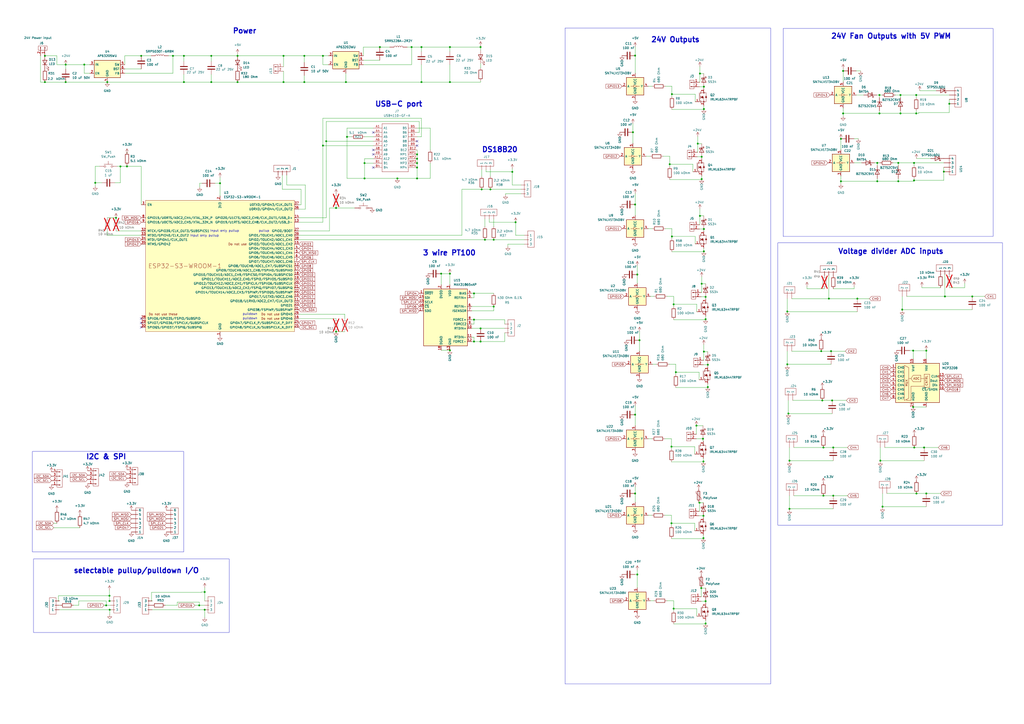
<source format=kicad_sch>
(kicad_sch (version 20250114) (generator "eeschema") (generator_version "9.0")
  (paper "A2")
  (rectangle (start 19.431 324.231) (end 132.969 366.903))
  (rectangle (start 451.231 140.843) (end 581.533 304.673))
  (rectangle (start 18.796 261.874) (end 106.553 320.167))
  (rectangle (start 327.787 16.256) (end 447.04 396.748))
  (rectangle (start 173.228 87.122) (end 173.228 87.122))
  (rectangle (start 454.279 16.51) (end 576.072 137.16))
  (text "I2C & SPI" (at 49.784 266.827 0) (effects (font (size 3 3) (thickness 0.6) (bold yes)) (justify left bottom)))
  (text "pulldown" (at 145.034 184.785 0) (effects (font (size 1.27 1.27))))
  (text "3 wire PT100" (at 245.11 148.59 0) (effects (font (size 3 3) (thickness 0.6) (bold yes)) (justify left bottom)))
  (text "Power" (at 134.874 19.812 0) (effects (font (size 3 3) (thickness 0.6) (bold yes)) (justify left bottom)))
  (text "Voltage divider ADC inputs" (at 486.029 147.701 0) (effects (font (size 3 3) (thickness 0.6) (bold yes)) (justify left bottom)))
  (text "Input only pullup" (at 118.618 136.779 0) (effects (font (size 1.27 1.27))))
  (text "USB-C port" (at 217.424 62.23 0) (effects (font (size 3 3) (thickness 0.6) (bold yes)) (justify left bottom)))
  (text "pulldown" (at 145.034 182.245 0) (effects (font (size 1.27 1.27))))
  (text "DS18B20" (at 279.4 88.646 0) (effects (font (size 3 3) (thickness 0.6) (bold yes)) (justify left bottom)))
  (text "pullup" (at 153.162 133.985 0) (effects (font (size 1.27 1.27))))
  (text "Input only pullup" (at 130.302 133.985 0) (effects (font (size 1.27 1.27))))
  (text "24V Fan Outputs with 5V PWM" (at 481.965 22.86 0) (effects (font (size 3 3) (thickness 0.6) (bold yes)) (justify left bottom)))
  (text "selectable pullup/pulldown I/O" (at 42.545 332.867 0) (effects (font (size 3 3) (thickness 0.6) (bold yes)) (justify left bottom)))
  (text "24V Outputs" (at 377.571 24.892 0) (effects (font (size 3 3) (thickness 0.6) (bold yes)) (justify left bottom)))
  (junction (at 241.935 89.535))
  (junction (at 281.305 139.065))
  (junction (at 48.895 37.465))
  (junction (at 189.23 81.915))
  (junction (at 255.905 158.75))
  (junction (at 530.225 104.648))
  (junction (at 408.051 267.716))
  (junction (at 410.591 224.536))
  (junction (at 286.385 139.065))
  (junction (at 522.351 55.118))
  (junction (at 63.627 353.695))
  (junction (at 38.1 37.465))
  (junction (at 274.955 198.12))
  (junction (at 187.325 32.385))
  (junction (at 176.53 32.385))
  (junction (at 522.351 65.786))
  (junction (at 480.822 173.228))
  (junction (at 487.807 80.518))
  (junction (at 200.66 47.625))
  (junction (at 530.225 94.488))
  (junction (at 407.035 164.592))
  (junction (at 389.509 259.08))
  (junction (at 368.427 32.258))
  (junction (at 510.159 55.118))
  (junction (at 194.945 192.405))
  (junction (at 409.321 348.742))
  (junction (at 122.555 47.625))
  (junction (at 482.092 203.708))
  (junction (at 407.797 254.508))
  (junction (at 457.962 267.208))
  (junction (at 211.455 94.615))
  (junction (at 530.352 259.588))
  (junction (at 483.362 287.528))
  (junction (at 260.985 47.625))
  (junction (at 279.4 109.855))
  (junction (at 286.385 177.8))
  (junction (at 408.305 50.292))
  (junction (at 548.132 171.958))
  (junction (at 487.807 105.156))
  (junction (at 238.76 27.305))
  (junction (at 278.765 190.5))
  (junction (at 392.049 215.9))
  (junction (at 274.955 185.42))
  (junction (at 476.377 203.708))
  (junction (at 63.5 348.615))
  (junction (at 115.57 351.155))
  (junction (at 403.987 246.888))
  (junction (at 26.035 47.625))
  (junction (at 457.327 239.903))
  (junction (at 489.077 41.148))
  (junction (at 389.763 54.61))
  (junction (at 260.985 27.305))
  (junction (at 26.035 32.385))
  (junction (at 550.672 60.198))
  (junction (at 409.321 361.696))
  (junction (at 201.295 79.375))
  (junction (at 369.697 333.248))
  (junction (at 260.985 158.75))
  (junction (at 409.321 172.212))
  (junction (at 408.051 312.166))
  (junction (at 531.495 55.118))
  (junction (at 508.889 94.488))
  (junction (at 531.495 65.786))
  (junction (at 410.591 211.582))
  (junction (at 529.717 203.4053))
  (junction (at 521.081 94.488))
  (junction (at 523.367 179.578))
  (junction (at 483.362 259.588))
  (junction (at 508.889 105.156))
  (junction (at 407.035 103.886))
  (junction (at 69.85 96.52))
  (junction (at 511.937 293.878))
  (junction (at 176.53 47.625))
  (junction (at 100.33 32.385))
  (junction (at 118.745 343.408))
  (junction (at 477.647 259.588))
  (junction (at 457.962 295.148))
  (junction (at 260.985 203.2))
  (junction (at 389.763 137.16))
  (junction (at 536.067 259.588))
  (junction (at 194.945 120.65))
  (junction (at 368.427 240.538))
  (junction (at 405.765 291.592))
  (junction (at 477.012 232.283))
  (junction (at 406.019 125.222))
  (junction (at 187.325 84.455))
  (junction (at 482.727 232.283))
  (junction (at 408.305 132.842))
  (junction (at 81.915 32.385))
  (junction (at 529.717 236.093))
  (junction (at 477.647 287.528))
  (junction (at 408.305 63.246))
  (junction (at 370.967 197.358))
  (junction (at 497.332 173.228))
  (junction (at 55.245 106.045))
  (junction (at 531.622 286.258))
  (junction (at 368.427 286.258))
  (junction (at 62.23 47.625))
  (junction (at 241.935 92.075))
  (junction (at 389.509 303.53))
  (junction (at 388.493 95.25))
  (junction (at 390.779 176.53))
  (junction (at 564.007 171.958))
  (junction (at 456.692 180.721))
  (junction (at 127.635 106.299))
  (junction (at 297.18 99.695))
  (junction (at 164.465 47.625))
  (junction (at 404.749 83.312))
  (junction (at 106.68 47.625))
  (junction (at 73.66 96.52))
  (junction (at 284.48 109.855))
  (junction (at 38.1 47.625))
  (junction (at 368.427 118.618))
  (junction (at 537.337 203.4053))
  (junction (at 241.935 103.505))
  (junction (at 122.555 32.385))
  (junction (at 390.779 353.06))
  (junction (at 137.795 32.385))
  (junction (at 537.337 286.258))
  (junction (at 489.077 65.786))
  (junction (at 278.765 198.12))
  (junction (at 211.455 103.505))
  (junction (at 367.157 76.708))
  (junction (at 407.035 90.932))
  (junction (at 278.765 27.305))
  (junction (at 299.085 128.905))
  (junction (at 547.497 99.568))
  (junction (at 456.692 211.328))
  (junction (at 230.505 103.505))
  (junction (at 61.595 351.155))
  (junction (at 244.475 27.305))
  (junction (at 408.305 145.796))
  (junction (at 118.745 353.695))
  (junction (at 406.781 341.122))
  (junction (at 510.667 267.208))
  (junction (at 274.955 170.18))
  (junction (at 369.697 159.258))
  (junction (at 63.5 345.567))
  (junction (at 164.465 32.385))
  (junction (at 409.321 185.166))
  (junction (at 241.935 94.615))
  (junction (at 244.475 47.625))
  (junction (at 510.159 65.786))
  (junction (at 521.081 105.156))
  (junction (at 241.935 97.155))
  (junction (at 137.795 47.625))
  (junction (at 406.019 42.672))
  (junction (at 220.345 27.305))
  (junction (at 408.305 203.962))
  (junction (at 67.31 126.365))
  (junction (at 408.051 299.212))
  (junction (at 106.68 32.385))
  (no_connect (at 216.535 97.155))
  (no_connect (at 216.535 86.995))
  (no_connect (at 216.535 89.535))
  (no_connect (at 81.915 184.785))
  (no_connect (at 81.915 189.865))
  (no_connect (at 216.535 76.835))
  (no_connect (at 241.935 84.455))
  (no_connect (at 81.915 187.325))
  (no_connect (at 241.935 81.915))
  (wire (pts (xy 406.019 125.222) (xy 406.019 130.302)))
  (wire (pts (xy 384.683 90.678) (xy 388.493 90.678)))
  (wire (pts (xy 408.305 132.842) (xy 408.305 133.858)))
  (wire (pts (xy 518.033 94.488) (xy 521.081 94.488)))
  (wire (pts (xy 406.781 348.742) (xy 409.321 348.742)))
  (wire (pts (xy 408.051 312.166) (xy 408.051 312.42)))
  (wire (pts (xy 176.53 47.625) (xy 200.66 47.625)))
  (wire (pts (xy 477.647 287.528) (xy 483.362 287.528)))
  (wire (pts (xy 408.305 144.018) (xy 408.305 145.796)))
  (wire (pts (xy 100.33 32.385) (xy 100.33 42.545)))
  (wire (pts (xy 389.763 50.038) (xy 389.763 54.61)))
  (wire (pts (xy 115.824 106.299) (xy 115.824 108.585)))
  (wire (pts (xy 241.935 76.835) (xy 243.205 76.835)))
  (wire (pts (xy 260.985 158.75) (xy 260.985 165.1)))
  (wire (pts (xy 374.777 90.678) (xy 377.063 90.678)))
  (wire (pts (xy 456.692 211.328) (xy 482.092 211.328)))
  (wire (pts (xy 118.745 340.868) (xy 118.745 343.408)))
  (wire (pts (xy 409.321 361.696) (xy 409.321 361.95)))
  (wire (pts (xy 274.955 185.42) (xy 274.955 187.96)))
  (wire (pts (xy 389.509 298.958) (xy 389.509 303.53)))
  (wire (pts (xy 388.493 90.678) (xy 388.493 95.25)))
  (wire (pts (xy 164.465 38.735) (xy 164.465 32.385)))
  (wire (pts (xy 293.243 112.395) (xy 293.243 113.03)))
  (wire (pts (xy 55.245 96.52) (xy 55.245 106.045)))
  (wire (pts (xy 522.351 65.786) (xy 531.495 65.786)))
  (wire (pts (xy 33.909 345.567) (xy 33.909 348.615)))
  (wire (pts (xy 457.962 267.208) (xy 483.362 267.208)))
  (wire (pts (xy 456.692 173.228) (xy 456.692 180.721)))
  (wire (pts (xy 102.87 351.155) (xy 102.87 349.25)))
  (wire (pts (xy 385.699 254.508) (xy 389.509 254.508)))
  (wire (pts (xy 236.22 27.305) (xy 238.76 27.305)))
  (wire (pts (xy 106.68 32.385) (xy 122.555 32.385)))
  (wire (pts (xy 521.081 94.488) (xy 530.225 94.488)))
  (wire (pts (xy 244.475 47.625) (xy 260.985 47.625)))
  (wire (pts (xy 537.337 203.4053) (xy 537.337 208.153)))
  (wire (pts (xy 286.385 177.8) (xy 286.385 180.34)))
  (wire (pts (xy 406.019 38.608) (xy 406.019 42.672)))
  (wire (pts (xy 480.822 173.228) (xy 497.332 173.228)))
  (wire (pts (xy 127.635 106.299) (xy 127.635 113.665)))
  (wire (pts (xy 220.345 27.305) (xy 226.06 27.305)))
  (wire (pts (xy 550.672 60.198) (xy 550.672 57.658)))
  (wire (pts (xy 100.33 42.545) (xy 72.39 42.545)))
  (wire (pts (xy 33.02 37.465) (xy 38.1 37.465)))
  (wire (pts (xy 274.955 198.12) (xy 273.685 198.12)))
  (wire (pts (xy 274.955 187.96) (xy 273.685 187.96)))
  (wire (pts (xy 408.305 203.962) (xy 408.305 209.042)))
  (wire (pts (xy 510.667 259.588) (xy 510.667 267.208)))
  (wire (pts (xy 33.909 348.615) (xy 34.417 348.615)))
  (wire (pts (xy 405.765 132.842) (xy 408.305 132.842)))
  (wire (pts (xy 122.555 32.385) (xy 137.795 32.385)))
  (wire (pts (xy 369.697 330.708) (xy 369.697 333.248)))
  (wire (pts (xy 408.051 265.938) (xy 408.051 267.716)))
  (wire (pts (xy 118.745 343.408) (xy 118.745 348.615)))
  (wire (pts (xy 61.595 348.615) (xy 61.595 351.155)))
  (wire (pts (xy 26.035 47.625) (xy 38.1 47.625)))
  (wire (pts (xy 508.889 96.012) (xy 508.889 94.488)))
  (wire (pts (xy 380.619 211.328) (xy 378.587 211.328)))
  (wire (pts (xy 173.355 184.785) (xy 194.945 184.785)))
  (wire (pts (xy 477.647 259.588) (xy 483.362 259.588)))
  (wire (pts (xy 532.892 65.278) (xy 532.892 65.786)))
  (wire (pts (xy 62.23 126.365) (xy 67.31 126.365)))
  (wire (pts (xy 177.165 121.285) (xy 177.165 107.315)))
  (wire (pts (xy 201.295 79.375) (xy 203.835 79.375)))
  (wire (pts (xy 408.051 310.388) (xy 408.051 312.166)))
  (wire (pts (xy 60.325 351.155) (xy 61.595 351.155)))
  (wire (pts (xy 102.87 349.25) (xy 115.57 349.25)))
  (wire (pts (xy 370.967 197.358) (xy 370.967 203.708)))
  (wire (pts (xy 55.245 107.95) (xy 55.245 106.045)))
  (wire (pts (xy 529.717 203.4053) (xy 529.717 208.153)))
  (wire (pts (xy 550.672 166.878) (xy 559.562 166.878)))
  (wire (pts (xy 241.935 74.295) (xy 249.555 74.295)))
  (wire (pts (xy 286.385 139.065) (xy 304.165 139.065)))
  (wire (pts (xy 72.39 32.385) (xy 72.39 37.465)))
  (wire (pts (xy 284.48 109.855) (xy 302.26 109.855)))
  (wire (pts (xy 376.047 132.588) (xy 378.333 132.588)))
  (wire (pts (xy 392.049 224.79) (xy 410.591 224.79)))
  (wire (pts (xy 404.749 83.312) (xy 407.035 83.312)))
  (wire (pts (xy 194.945 192.405) (xy 200.025 192.405)))
  (wire (pts (xy 513.207 259.588) (xy 530.352 259.588)))
  (wire (pts (xy 274.955 185.42) (xy 292.735 185.42)))
  (wire (pts (xy 368.427 235.458) (xy 368.427 240.538)))
  (wire (pts (xy 122.555 35.56) (xy 122.555 32.385)))
  (wire (pts (xy 67.31 133.985) (xy 81.915 133.985)))
  (wire (pts (xy 273.685 172.72) (xy 274.955 172.72)))
  (wire (pts (xy 369.697 333.248) (xy 369.697 340.868)))
  (wire (pts (xy 243.205 70.485) (xy 189.23 70.485)))
  (wire (pts (xy 88.265 353.695) (xy 118.745 353.695)))
  (wire (pts (xy 388.239 211.328) (xy 392.049 211.328)))
  (wire (pts (xy 405.765 291.592) (xy 405.765 296.672)))
  (wire (pts (xy 521.081 96.012) (xy 521.081 94.488)))
  (wire (pts (xy 241.935 103.505) (xy 230.505 103.505)))
  (wire (pts (xy 389.763 132.588) (xy 389.763 137.16)))
  (wire (pts (xy 390.779 354.33) (xy 390.779 353.06)))
  (wire (pts (xy 106.68 35.56) (xy 106.68 32.385)))
  (wire (pts (xy 260.985 29.845) (xy 260.985 27.305)))
  (wire (pts (xy 489.077 65.786) (xy 489.077 62.738)))
  (wire (pts (xy 402.971 259.08) (xy 402.971 263.398)))
  (wire (pts (xy 406.019 42.672) (xy 406.019 47.752)))
  (wire (pts (xy 522.351 56.642) (xy 522.351 55.118)))
  (wire (pts (xy 408.305 61.468) (xy 408.305 63.246)))
  (wire (pts (xy 278.765 190.5) (xy 292.735 190.5)))
  (wire (pts (xy 137.795 47.625) (xy 164.465 47.625)))
  (wire (pts (xy 66.675 106.045) (xy 69.85 106.045)))
  (wire (pts (xy 530.225 103.632) (xy 530.225 104.648)))
  (wire (pts (xy 244.475 79.375) (xy 244.475 68.58)))
  (wire (pts (xy 281.94 99.695) (xy 281.94 98.425)))
  (wire (pts (xy 23.495 47.625) (xy 26.035 47.625)))
  (wire (pts (xy 525.907 171.958) (xy 548.132 171.958)))
  (wire (pts (xy 390.779 361.95) (xy 409.321 361.95)))
  (wire (pts (xy 26.035 32.385) (xy 33.02 32.385)))
  (wire (pts (xy 241.935 79.375) (xy 244.475 79.375)))
  (wire (pts (xy 304.165 136.525) (xy 299.085 136.525)))
  (wire (pts (xy 238.76 27.305) (xy 244.475 27.305)))
  (wire (pts (xy 514.477 286.258) (xy 531.622 286.258)))
  (wire (pts (xy 407.035 102.108) (xy 407.035 103.886)))
  (wire (pts (xy 122.555 47.625) (xy 137.795 47.625)))
  (wire (pts (xy 388.493 104.14) (xy 407.035 104.14)))
  (wire (pts (xy 166.37 107.315) (xy 166.37 101.6)))
  (wire (pts (xy 489.077 65.786) (xy 510.159 65.786)))
  (wire (pts (xy 274.955 170.18) (xy 286.385 170.18)))
  (wire (pts (xy 378.079 254.508) (xy 376.047 254.508)))
  (wire (pts (xy 530.225 104.648) (xy 530.225 105.156)))
  (wire (pts (xy 536.067 259.588) (xy 544.322 259.588)))
  (wire (pts (xy 278.765 47.625) (xy 278.765 46.99)))
  (wire (pts (xy 499.745 94.488) (xy 495.427 94.488)))
  (wire (pts (xy 406.019 42.672) (xy 408.305 42.672)))
  (wire (pts (xy 294.64 141.605) (xy 304.165 141.605)))
  (wire (pts (xy 531.495 55.118) (xy 550.672 55.118)))
  (wire (pts (xy 274.955 198.12) (xy 278.765 198.12)))
  (wire (pts (xy 61.595 351.155) (xy 64.135 351.155)))
  (wire (pts (xy 459.232 173.228) (xy 480.822 173.228)))
  (wire (pts (xy 489.077 39.878) (xy 489.077 41.148)))
  (wire (pts (xy 403.987 254.508) (xy 407.797 254.508)))
  (wire (pts (xy 459.867 232.283) (xy 477.012 232.283)))
  (wire (pts (xy 405.511 215.9) (xy 405.511 220.218)))
  (wire (pts (xy 273.685 190.5) (xy 278.765 190.5)))
  (wire (pts (xy 378.079 298.958) (xy 376.047 298.958)))
  (wire (pts (xy 548.132 171.958) (xy 564.007 171.958)))
  (wire (pts (xy 87.884 343.662) (xy 116.84 343.662)))
  (wire (pts (xy 389.509 312.42) (xy 408.051 312.42)))
  (wire (pts (xy 187.325 84.455) (xy 187.325 128.905)))
  (wire (pts (xy 63.627 353.695) (xy 64.135 353.695)))
  (wire (pts (xy 405.257 291.338) (xy 405.257 291.592)))
  (wire (pts (xy 410.591 224.536) (xy 410.591 224.79)))
  (wire (pts (xy 63.5 348.615) (xy 64.135 348.615)))
  (wire (pts (xy 457.327 239.903) (xy 482.727 239.903)))
  (wire (pts (xy 205.74 120.65) (xy 194.945 120.65)))
  (wire (pts (xy 33.909 345.567) (xy 63.5 345.567)))
  (wire (pts (xy 406.019 121.158) (xy 406.019 125.222)))
  (wire (pts (xy 508.889 94.488) (xy 507.365 94.488)))
  (wire (pts (xy 511.937 293.878) (xy 511.937 294.513)))
  (wire (pts (xy 407.035 164.592) (xy 407.035 169.672)))
  (wire (pts (xy 48.895 42.545) (xy 48.895 37.465)))
  (wire (pts (xy 278.765 198.12) (xy 292.735 198.12)))
  (wire (pts (xy 201.295 103.505) (xy 211.455 103.505)))
  (wire (pts (xy 201.295 79.375) (xy 201.295 103.505)))
  (wire (pts (xy 390.779 353.06) (xy 404.241 353.06)))
  (wire (pts (xy 173.355 136.525) (xy 267.97 136.525)))
  (wire (pts (xy 523.367 180.213) (xy 523.367 179.578)))
  (wire (pts (xy 530.225 96.012) (xy 530.225 94.488)))
  (wire (pts (xy 163.83 109.855) (xy 163.83 101.6)))
  (wire (pts (xy 164.465 32.385) (xy 176.53 32.385)))
  (wire (pts (xy 389.763 138.43) (xy 389.763 137.16)))
  (wire (pts (xy 531.495 64.262) (xy 531.495 65.786)))
  (wire (pts (xy 368.427 286.258) (xy 368.427 291.338)))
  (wire (pts (xy 244.475 68.58) (xy 187.325 68.58)))
  (wire (pts (xy 187.325 68.58) (xy 187.325 84.455)))
  (wire (pts (xy 404.749 88.392) (xy 404.495 88.392)))
  (wire (pts (xy 238.76 27.305) (xy 238.76 37.465)))
  (wire (pts (xy 487.807 80.518) (xy 487.807 86.868)))
  (wire (pts (xy 527.685 203.327) (xy 529.717 203.327)))
  (wire (pts (xy 522.351 64.262) (xy 522.351 65.786)))
  (wire (pts (xy 241.935 97.155) (xy 241.935 103.505)))
  (wire (pts (xy 283.845 128.905) (xy 299.085 128.905)))
  (wire (pts (xy 200.66 42.545) (xy 200.66 47.625)))
  (wire (pts (xy 456.692 180.848) (xy 456.692 180.721)))
  (wire (pts (xy 476.377 203.708) (xy 482.092 203.708)))
  (wire (pts (xy 243.205 76.835) (xy 243.205 70.485)))
  (wire (pts (xy 367.157 71.628) (xy 367.157 76.708)))
  (wire (pts (xy 368.427 27.178) (xy 368.427 32.258)))
  (wire (pts (xy 532.892 65.278) (xy 550.672 65.278)))
  (wire (pts (xy 52.07 42.545) (xy 48.895 42.545)))
  (wire (pts (xy 529.717 203.327) (xy 529.717 203.4053)))
  (wire (pts (xy 249.555 74.295) (xy 249.555 86.995)))
  (wire (pts (xy 210.82 27.305) (xy 210.82 32.385)))
  (wire (pts (xy 274.955 170.18) (xy 273.685 170.18)))
  (wire (pts (xy 244.475 27.305) (xy 260.985 27.305)))
  (wire (pts (xy 511.937 293.878) (xy 537.337 293.878)))
  (wire (pts (xy 511.937 286.258) (xy 511.937 293.878)))
  (wire (pts (xy 530.225 94.488) (xy 547.497 94.488)))
  (wire (pts (xy 537.337 286.258) (xy 545.592 286.258)))
  (wire (pts (xy 62.23 136.525) (xy 81.915 136.525)))
  (wire (pts (xy 404.495 90.932) (xy 407.035 90.932)))
  (wire (pts (xy 23.495 32.385) (xy 23.495 47.625)))
  (wire (pts (xy 559.562 166.878) (xy 559.562 164.338)))
  (wire (pts (xy 392.049 211.328) (xy 392.049 215.9)))
  (wire (pts (xy 69.85 96.52) (xy 73.66 96.52)))
  (wire (pts (xy 408.051 267.716) (xy 408.051 267.97)))
  (wire (pts (xy 497.967 80.518) (xy 495.427 80.518)))
  (wire (pts (xy 389.509 254.508) (xy 389.509 259.08)))
  (wire (pts (xy 457.962 267.208) (xy 457.962 267.843)))
  (wire (pts (xy 510.159 56.642) (xy 510.159 55.118)))
  (wire (pts (xy 173.355 139.065) (xy 281.305 139.065)))
  (wire (pts (xy 137.795 32.385) (xy 164.465 32.385)))
  (wire (pts (xy 274.955 195.58) (xy 274.955 198.12)))
  (wire (pts (xy 530.225 104.648) (xy 547.497 104.648)))
  (wire (pts (xy 368.427 112.268) (xy 368.427 118.618)))
  (wire (pts (xy 216.535 94.615) (xy 211.455 94.615)))
  (wire (pts (xy 45.72 348.615) (xy 61.595 348.615)))
  (wire (pts (xy 547.497 104.648) (xy 547.497 99.568)))
  (wire (pts (xy 191.135 120.65) (xy 191.135 133.985)))
  (wire (pts (xy 73.66 96.52) (xy 81.915 96.52)))
  (wire (pts (xy 189.23 126.365) (xy 173.355 126.365)))
  (wire (pts (xy 286.385 177.8) (xy 273.685 177.8)))
  (wire (pts (xy 510.159 55.118) (xy 508.635 55.118)))
  (wire (pts (xy 379.349 171.958) (xy 377.317 171.958)))
  (wire (pts (xy 116.84 343.408) (xy 116.84 343.662)))
  (wire (pts (xy 510.667 267.208) (xy 510.667 267.843)))
  (wire (pts (xy 548.132 159.258) (xy 548.132 171.958)))
  (wire (pts (xy 468.122 166.243) (xy 468.122 167.513)))
  (wire (pts (xy 281.305 139.065) (xy 286.385 139.065)))
  (wire (pts (xy 510.159 64.262) (xy 510.159 65.786)))
  (wire (pts (xy 407.797 254.508) (xy 407.797 255.778)))
  (wire (pts (xy 407.035 164.592) (xy 409.321 164.592)))
  (wire (pts (xy 403.987 251.968) (xy 403.987 246.888)))
  (wire (pts (xy 522.351 55.118) (xy 531.495 55.118)))
  (wire (pts (xy 33.02 303.53) (xy 31.115 303.53)))
  (wire (pts (xy 187.325 32.385) (xy 190.5 32.385)))
  (wire (pts (xy 459.232 203.708) (xy 476.377 203.708)))
  (wire (pts (xy 482.092 203.708) (xy 490.347 203.708)))
  (wire (pts (xy 529.717 236.093) (xy 537.337 236.093)))
  (wire (pts (xy 34.925 351.155) (xy 34.417 351.155)))
  (wire (pts (xy 95.885 351.155) (xy 102.87 351.155)))
  (wire (pts (xy 216.535 79.375) (xy 211.455 79.375)))
  (wire (pts (xy 127.635 102.87) (xy 127.635 106.299)))
  (wire (pts (xy 529.717 203.4053) (xy 537.337 203.4053)))
  (wire (pts (xy 385.953 132.588) (xy 389.763 132.588)))
  (wire (pts (xy 409.321 185.166) (xy 409.321 185.42)))
  (wire (pts (xy 457.327 232.283) (xy 457.327 239.903)))
  (wire (pts (xy 48.895 37.465) (xy 52.07 37.465)))
  (wire (pts (xy 406.781 341.122) (xy 409.321 341.122)))
  (wire (pts (xy 244.475 29.845) (xy 244.475 27.305)))
  (wire (pts (xy 370.967 192.278) (xy 370.967 197.358)))
  (wire (pts (xy 487.807 105.156) (xy 487.807 102.108)))
  (wire (pts (xy 292.735 198.12) (xy 292.735 193.04)))
  (wire (pts (xy 72.39 32.385) (xy 81.915 32.385)))
  (wire (pts (xy 404.749 79.248) (xy 404.749 83.312)))
  (wire (pts (xy 483.362 259.588) (xy 491.617 259.588)))
  (wire (pts (xy 260.985 37.465) (xy 260.985 47.625)))
  (wire (pts (xy 281.94 99.695) (xy 297.18 99.695)))
  (wire (pts (xy 368.427 32.258) (xy 368.427 42.418)))
  (wire (pts (xy 87.63 32.385) (xy 81.915 32.385)))
  (wire (pts (xy 63.627 356.489) (xy 63.627 353.695)))
  (wire (pts (xy 407.035 169.672) (xy 406.781 169.672)))
  (wire (pts (xy 124.714 106.299) (xy 127.635 106.299)))
  (wire (pts (xy 519.303 55.118) (xy 522.351 55.118)))
  (wire (pts (xy 403.225 54.61) (xy 403.225 58.928)))
  (wire (pts (xy 62.23 133.985) (xy 62.23 136.525)))
  (wire (pts (xy 255.905 158.75) (xy 260.985 158.75)))
  (wire (pts (xy 511.683 55.118) (xy 510.159 55.118)))
  (wire (pts (xy 72.39 40.005) (xy 81.915 40.005)))
  (wire (pts (xy 408.305 50.292) (xy 408.305 51.308)))
  (wire (pts (xy 404.749 83.312) (xy 404.749 88.392)))
  (wire (pts (xy 297.18 97.79) (xy 297.18 99.695)))
  (wire (pts (xy 564.007 171.958) (xy 571.246 171.958)))
  (wire (pts (xy 294.64 142.875) (xy 294.64 141.605)))
  (wire (pts (xy 274.955 195.58) (xy 273.685 195.58)))
  (wire (pts (xy 405.765 296.672) (xy 405.511 296.672)))
  (wire (pts (xy 457.962 295.148) (xy 483.362 295.148)))
  (wire (pts (xy 176.53 36.195) (xy 176.53 32.385)))
  (wire (pts (xy 523.367 171.958) (xy 523.367 179.578)))
  (wire (pts (xy 537.337 203.073) (xy 537.337 203.4053)))
  (wire (pts (xy 189.23 70.485) (xy 189.23 81.915)))
  (wire (pts (xy 267.97 136.525) (xy 267.97 109.855)))
  (wire (pts (xy 389.763 54.61) (xy 403.225 54.61)))
  (wire (pts (xy 408.051 299.212) (xy 408.051 300.228)))
  (wire (pts (xy 100.33 32.385) (xy 106.68 32.385)))
  (wire (pts (xy 510.667 267.208) (xy 536.067 267.208)))
  (wire (pts (xy 408.305 203.962) (xy 410.591 203.962)))
  (wire (pts (xy 406.019 130.302) (xy 405.765 130.302)))
  (wire (pts (xy 406.781 341.122) (xy 406.781 346.202)))
  (wire (pts (xy 97.79 32.385) (xy 100.33 32.385)))
  (wire (pts (xy 406.019 125.222) (xy 408.305 125.222)))
  (wire (pts (xy 408.051 211.582) (xy 410.591 211.582)))
  (wire (pts (xy 115.57 349.25) (xy 115.57 351.155)))
  (wire (pts (xy 389.509 303.53) (xy 402.971 303.53)))
  (wire (pts (xy 177.165 107.315) (xy 166.37 107.315)))
  (wire (pts (xy 118.745 343.408) (xy 116.84 343.408)))
  (wire (pts (xy 191.135 133.985) (xy 173.355 133.985)))
  (wire (pts (xy 368.427 240.538) (xy 368.427 246.888)))
  (wire (pts (xy 45.72 351.155) (xy 45.72 348.615)))
  (wire (pts (xy 267.97 109.855) (xy 279.4 109.855)))
  (wire (pts (xy 531.495 56.642) (xy 531.495 55.118)))
  (wire (pts (xy 410.591 211.582) (xy 410.591 212.598)))
  (wire (pts (xy 456.692 211.963) (xy 456.692 211.328)))
  (wire (pts (xy 200.025 182.245) (xy 200.025 184.785)))
  (wire (pts (xy 460.502 287.528) (xy 477.647 287.528)))
  (wire (pts (xy 407.035 90.932) (xy 407.035 91.948)))
  (wire (pts (xy 368.427 282.448) (xy 368.427 286.258)))
  (wire (pts (xy 409.321 183.388) (xy 409.321 185.166)))
  (wire (pts (xy 405.257 291.592) (xy 405.765 291.592)))
  (wire (pts (xy 260.985 27.305) (xy 278.765 27.305)))
  (wire (pts (xy 63.5 348.615) (xy 63.373 348.615)))
  (wire (pts (xy 531.622 286.258) (xy 537.337 286.258)))
  (wire (pts (xy 510.413 94.488) (xy 508.889 94.488)))
  (wire (pts (xy 211.455 103.505) (xy 230.505 103.505)))
  (wire (pts (xy 279.4 98.425) (xy 279.4 102.235)))
  (wire (pts (xy 201.295 74.295) (xy 216.535 74.295)))
  (wire (pts (xy 409.321 172.212) (xy 409.321 173.228)))
  (wire (pts (xy 284.48 98.425) (xy 284.48 102.235)))
  (wire (pts (xy 390.779 348.488) (xy 390.779 353.06)))
  (wire (pts (xy 389.509 260.35) (xy 389.509 259.08)))
  (wire (pts (xy 122.555 43.18) (xy 122.555 47.625)))
  (wire (pts (xy 407.035 103.886) (xy 407.035 104.14)))
  (wire (pts (xy 249.555 103.505) (xy 241.935 103.505)))
  (wire (pts (xy 46.355 306.07) (xy 31.115 306.07)))
  (wire (pts (xy 457.962 287.528) (xy 457.962 295.148)))
  (wire (pts (xy 81.915 118.745) (xy 81.915 96.52)))
  (wire (pts (xy 508.889 103.632) (xy 508.889 105.156)))
  (wire (pts (xy 409.321 348.742) (xy 409.321 349.758)))
  (wire (pts (xy 189.23 81.915) (xy 216.535 81.915)))
  (wire (pts (xy 38.1 37.465) (xy 38.1 40.005)))
  (wire (pts (xy 69.85 96.52) (xy 69.85 106.045)))
  (wire (pts (xy 389.763 63.5) (xy 408.305 63.5)))
  (wire (pts (xy 190.5 37.465) (xy 187.325 37.465)))
  (wire (pts (xy 389.509 259.08) (xy 402.971 259.08)))
  (wire (pts (xy 388.493 95.25) (xy 401.955 95.25)))
  (wire (pts (xy 501.015 55.118) (xy 496.697 55.118)))
  (wire (pts (xy 369.697 154.178) (xy 369.697 159.258)))
  (wire (pts (xy 369.697 159.258) (xy 369.697 164.338)))
  (wire (pts (xy 238.76 37.465) (xy 210.82 37.465)))
  (wire (pts (xy 402.971 303.53) (xy 402.971 307.848)))
  (wire (pts (xy 406.019 47.752) (xy 405.765 47.752)))
  (wire (pts (xy 379.349 348.488) (xy 377.317 348.488)))
  (wire (pts (xy 299.085 136.525) (xy 299.085 128.905)))
  (wire (pts (xy 390.779 171.958) (xy 390.779 176.53)))
  (wire (pts (xy 477.012 232.283) (xy 482.727 232.283)))
  (wire (pts (xy 392.049 215.9) (xy 405.511 215.9)))
  (wire (pts (xy 407.797 255.778) (xy 408.051 255.778)))
  (wire (pts (xy 456.692 211.328) (xy 456.692 203.708)))
  (wire (pts (xy 401.955 95.25) (xy 401.955 99.568)))
  (wire (pts (xy 42.545 351.155) (xy 45.72 351.155)))
  (wire (pts (xy 406.781 172.212) (xy 409.321 172.212)))
  (wire (pts (xy 255.905 165.1) (xy 255.905 158.75)))
  (wire (pts (xy 173.355 182.245) (xy 200.025 182.245)))
  (wire (pts (xy 281.305 131.445) (xy 281.305 127)))
  (wire (pts (xy 457.962 295.148) (xy 457.962 295.783)))
  (wire (pts (xy 403.225 137.16) (xy 403.225 141.478)))
  (wire (pts (xy 389.763 146.05) (xy 408.305 146.05)))
  (wire (pts (xy 292.735 185.42) (xy 292.735 187.96)))
  (wire (pts (xy 255.905 203.2) (xy 260.985 203.2)))
  (wire (pts (xy 55.245 96.52) (xy 57.785 96.52)))
  (wire (pts (xy 73.66 88.265) (xy 73.66 88.9)))
  (wire (pts (xy 386.969 171.958) (xy 390.779 171.958)))
  (wire (pts (xy 508.889 105.156) (xy 521.081 105.156)))
  (wire (pts (xy 386.969 348.488) (xy 390.779 348.488)))
  (wire (pts (xy 241.935 86.995) (xy 241.935 89.535)))
  (wire (pts (xy 408.305 199.898) (xy 408.305 203.962)))
  (wire (pts (xy 385.699 298.958) (xy 389.509 298.958)))
  (wire (pts (xy 408.305 209.042) (xy 408.051 209.042)))
  (wire (pts (xy 368.427 118.618) (xy 368.427 124.968)))
  (wire (pts (xy 87.884 348.615) (xy 88.265 348.615)))
  (wire (pts (xy 201.295 74.295) (xy 201.295 79.375)))
  (wire (pts (xy 521.081 103.632) (xy 521.081 105.156)))
  (wire (pts (xy 390.779 177.8) (xy 390.779 176.53)))
  (wire (pts (xy 405.765 50.292) (xy 408.305 50.292)))
  (wire (pts (xy 405.765 291.592) (xy 408.051 291.592)))
  (wire (pts (xy 63.5 345.567) (xy 63.5 348.615)))
  (wire (pts (xy 273.685 180.34) (xy 286.385 180.34)))
  (wire (pts (xy 286.385 127) (xy 286.385 131.445)))
  (wire (pts (xy 302.26 107.315) (xy 297.18 107.315)))
  (wire (pts (xy 376.047 50.038) (xy 378.333 50.038)))
  (wire (pts (xy 530.352 259.588) (xy 536.067 259.588)))
  (wire (pts (xy 368.427 333.248) (xy 369.697 333.248)))
  (wire (pts (xy 410.591 222.758) (xy 410.591 224.536)))
  (wire (pts (xy 482.727 232.283) (xy 490.982 232.283)))
  (wire (pts (xy 302.26 112.395) (xy 293.243 112.395)))
  (wire (pts (xy 63.5 342.265) (xy 63.5 345.567)))
  (wire (pts (xy 187.325 84.455) (xy 216.535 84.455)))
  (wire (pts (xy 59.055 106.045) (xy 55.245 106.045)))
  (wire (pts (xy 495.427 167.513) (xy 483.362 167.513)))
  (wire (pts (xy 241.935 89.535) (xy 241.935 92.075)))
  (wire (pts (xy 194.945 120.65) (xy 194.945 120.015)))
  (wire (pts (xy 34.417 353.695) (xy 63.627 353.695)))
  (wire (pts (xy 189.23 81.915) (xy 189.23 126.365)))
  (wire (pts (xy 241.935 94.615) (xy 241.935 97.155)))
  (wire (pts (xy 460.502 259.588) (xy 477.647 259.588)))
  (wire (pts (xy 176.53 43.815) (xy 176.53 47.625)))
  (wire (pts (xy 499.237 41.148) (xy 496.697 41.148)))
  (wire (pts (xy 404.241 353.06) (xy 404.241 357.378)))
  (wire (pts (xy 274.955 185.42) (xy 273.685 185.42)))
  (wire (pts (xy 260.985 47.625) (xy 278.765 47.625)))
  (wire (pts (xy 489.077 67.31) (xy 489.077 65.786)))
  (wire (pts (xy 468.122 167.513) (xy 478.282 167.513)))
  (wire (pts (xy 137.795 31.115) (xy 137.795 32.385)))
  (wire (pts (xy 106.68 47.625) (xy 122.555 47.625)))
  (wire (pts (xy 278.765 27.305) (xy 278.765 29.21)))
  (wire (pts (xy 532.892 65.786) (xy 531.495 65.786)))
  (wire (pts (xy 191.135 120.65) (xy 194.945 120.65)))
  (wire (pts (xy 210.82 27.305) (xy 220.345 27.305)))
  (wire (pts (xy 487.807 105.156) (xy 508.889 105.156)))
  (wire (pts (xy 497.332 173.228) (xy 504.317 173.228)))
  (wire (pts (xy 547.497 99.568) (xy 547.497 97.028)))
  (wire (pts (xy 249.555 94.615) (xy 249.555 103.505)))
  (wire (pts (xy 545.592 166.878) (xy 534.797 166.878)))
  (wire (pts (xy 274.955 172.72) (xy 274.955 170.18)))
  (wire (pts (xy 173.355 121.285) (xy 177.165 121.285)))
  (wire (pts (xy 497.332 180.848) (xy 456.692 180.848)))
  (wire (pts (xy 457.962 259.588) (xy 457.962 267.208)))
  (wire (pts (xy 33.02 32.385) (xy 33.02 37.465)))
  (wire (pts (xy 187.325 37.465) (xy 187.325 32.385)))
  (wire (pts (xy 389.763 137.16) (xy 403.225 137.16)))
  (wire (pts (xy 531.622 91.948) (xy 539.877 91.948)))
  (wire (pts (xy 115.57 351.155) (xy 118.745 351.155)))
  (wire (pts (xy 176.53 32.385) (xy 187.325 32.385)))
  (wire (pts (xy 278.765 39.37) (xy 278.765 36.83)))
  (wire (pts (xy 174.625 109.855) (xy 163.83 109.855)))
  (wire (pts (xy 164.465 47.625) (xy 176.53 47.625)))
  (wire (pts (xy 533.527 52.578) (xy 543.052 52.578)))
  (wire (pts (xy 113.03 351.155) (xy 115.57 351.155)))
  (wire (pts (xy 392.049 217.17) (xy 392.049 215.9)))
  (wire (pts (xy 106.68 43.18) (xy 106.68 47.625)))
  (wire (pts (xy 385.953 50.038) (xy 389.763 50.038)))
  (wire (pts (xy 404.241 176.53) (xy 404.241 180.848)))
  (wire (pts (xy 117.094 106.299) (xy 115.824 106.299)))
  (wire (pts (xy 38.1 37.465) (xy 48.895 37.465)))
  (wire (pts (xy 407.035 160.528) (xy 407.035 164.592)))
  (wire (pts (xy 284.48 109.855) (xy 279.4 109.855)))
  (wire (pts (xy 241.935 92.075) (xy 241.935 94.615)))
  (wire (pts (xy 118.745 358.14) (xy 118.745 353.695)))
  (wire (pts (xy 510.159 65.786) (xy 522.351 65.786)))
  (wire (pts (xy 521.081 105.156) (xy 530.225 105.156)))
  (wire (pts (xy 67.945 96.52) (xy 69.85 96.52)))
  (wire (pts (xy 550.672 65.278) (xy 550.672 60.198)))
  (wire (pts (xy 495.427 166.243) (xy 495.427 167.513)))
  (wire (pts (xy 534.797 166.878) (xy 534.797 166.243)))
  (wire (pts (xy 73.66 95.885) (xy 73.66 96.52)))
  (wire (pts (xy 211.455 94.615) (xy 211.455 103.505)))
  (wire (pts (xy 62.23 47.625) (xy 106.68 47.625)))
  (wire (pts (xy 389.509 267.97) (xy 408.051 267.97)))
  (wire (pts (xy 173.355 118.745) (xy 174.625 118.745)))
  (wire (pts (xy 187.325 128.905) (xy 173.355 128.905)))
  (wire (pts (xy 408.305 145.796) (xy 408.305 146.05)))
  (wire (pts (xy 62.23 47.625) (xy 38.1 47.625)))
  (wire (pts (xy 389.509 304.8) (xy 389.509 303.53)))
  (wire (pts (xy 210.82 34.925) (xy 220.345 34.925)))
  (wire (pts (xy 174.625 118.745) (xy 174.625 109.855)))
  (wire (pts (xy 297.18 107.315) (xy 297.18 99.695)))
  (wire (pts (xy 409.321 359.918) (xy 409.321 361.696)))
  (wire (pts (xy 367.157 76.708) (xy 367.157 83.058)))
  (wire (pts (xy 388.493 96.52) (xy 388.493 95.25)))
  (wire (pts (xy 405.511 299.212) (xy 408.051 299.212)))
  (wire (pts (xy 200.66 47.625) (xy 244.475 47.625)))
  (wire (pts (xy 244.475 37.465) (xy 244.475 47.625)))
  (wire (pts (xy 211.455 92.075) (xy 211.455 94.615)))
  (wire (pts (xy 216.535 92.075) (xy 211.455 92.075)))
  (wire (pts (xy 278.765 26.67) (xy 278.765 27.305)))
  (wire (pts (xy 480.822 159.893) (xy 480.822 173.228)))
  (wire (pts (xy 408.305 63.246) (xy 408.305 63.5)))
  (wire (pts (xy 390.779 185.42) (xy 409.321 185.42)))
  (wire (pts (xy 283.845 128.905) (xy 283.845 127)))
  (wire (pts (xy 389.763 55.88) (xy 389.763 54.61)))
  (wire (pts (xy 564.007 179.578) (xy 523.367 179.578)))
  (wire (pts (xy 87.884 343.662) (xy 87.884 348.615)))
  (wire (pts (xy 390.779 176.53) (xy 404.241 176.53)))
  (wire (pts (xy 164.465 41.275) (xy 164.465 47.625)))
  (wire (pts (xy 489.077 41.148) (xy 489.077 47.498)))
  (wire (pts (xy 487.807 106.68) (xy 487.807 105.156)))
  (wire (pts (xy 403.987 246.888) (xy 407.797 246.888)))
  (wire (pts (xy 483.362 287.528) (xy 491.617 287.528)))
  (global_label "CH3" (shape input) (at 517.017 220.853 180) (property "Intersheetrefs" "${INTERSHEET_REFS}" (effects (hide yes))))
  (global_label "SPI_MOSI" (shape input) (at 76.2 300.99 180) (property "Intersheetrefs" "${INTERSHEET_REFS}" (effects (hide yes))))
  (global_label "CH0" (shape input) (at 504.317 173.228 0) (property "Intersheetrefs" "${INTERSHEET_REFS}" (effects (hide yes))))
  (global_label "GPIO17" (shape input) (at 173.355 172.085 0) (property "Intersheetrefs" "${INTERSHEET_REFS}" (effects (hide yes))))
  (global_label "SPI_MISO" (shape input) (at 76.2 298.45 180) (property "Intersheetrefs" "${INTERSHEET_REFS}" (effects (hide yes))))
  (global_label "SPI_MOSI" (shape input) (at 243.205 172.72 180) (property "Intersheetrefs" "${INTERSHEET_REFS}" (effects (hide yes))))
  (global_label "SPI_MISO" (shape input) (at 173.355 146.685 0) (property "Intersheetrefs" "${INTERSHEET_REFS}" (effects (hide yes))))
  (global_label "GPIO11" (shape input) (at 360.807 132.588 180) (property "Intersheetrefs" "${INTERSHEET_REFS}" (effects (hide yes))))
  (global_label "GPIO11" (shape input) (at 173.355 161.925 0) (property "Intersheetrefs" "${INTERSHEET_REFS}" (effects (hide yes))))
  (global_label "CH7" (shape input) (at 517.017 231.013 180) (property "Intersheetrefs" "${INTERSHEET_REFS}" (effects (hide yes))))
  (global_label "GPIO47" (shape input) (at 173.355 187.325 0) (property "Intersheetrefs" "${INTERSHEET_REFS}" (effects (hide yes))))
  (global_label "I2C_SDA" (shape input) (at 31.115 303.53 180) (property "Intersheetrefs" "${INTERSHEET_REFS}" (effects (hide yes))))
  (global_label "I2C_SCL" (shape input) (at 29.845 278.765 180) (property "Intersheetrefs" "${INTERSHEET_REFS}" (effects (hide yes))))
  (global_label "GPIO3" (shape input) (at 173.355 141.605 0) (property "Intersheetrefs" "${INTERSHEET_REFS}" (effects (hide yes))))
  (global_label "GPIO16" (shape input) (at 113.03 351.155 180) (property "Intersheetrefs" "${INTERSHEET_REFS}" (effects (hide yes))))
  (global_label "CH6" (shape input) (at 517.017 228.473 180) (property "Intersheetrefs" "${INTERSHEET_REFS}" (effects (hide yes))))
  (global_label "GPIO12" (shape input) (at 173.355 164.465 0) (property "Intersheetrefs" "${INTERSHEET_REFS}" (effects (hide yes))))
  (global_label "CH5" (shape input) (at 491.617 287.528 0) (property "Intersheetrefs" "${INTERSHEET_REFS}" (effects (hide yes))))
  (global_label "CH2" (shape input) (at 490.347 203.708 0) (property "Intersheetrefs" "${INTERSHEET_REFS}" (effects (hide yes))))
  (global_label "SPI_MISO" (shape input) (at 243.205 180.34 180) (property "Intersheetrefs" "${INTERSHEET_REFS}" (effects (hide yes))))
  (global_label "SPI_CLK" (shape input) (at 76.2 303.53 180) (property "Intersheetrefs" "${INTERSHEET_REFS}" (effects (hide yes))))
  (global_label "SPI_MOSI" (shape input) (at 96.52 300.99 180) (property "Intersheetrefs" "${INTERSHEET_REFS}" (effects (hide yes))))
  (global_label "CH4" (shape input) (at 517.017 223.393 180) (property "Intersheetrefs" "${INTERSHEET_REFS}" (effects (hide yes))))
  (global_label "I2C_SCL" (shape input) (at 31.115 306.07 180) (property "Intersheetrefs" "${INTERSHEET_REFS}" (effects (hide yes))))
  (global_label "SPI_MISO" (shape input) (at 547.497 223.393 0) (property "Intersheetrefs" "${INTERSHEET_REFS}" (effects (hide yes))))
  (global_label "I2C_SDA" (shape input) (at 173.355 179.705 0) (property "Intersheetrefs" "${INTERSHEET_REFS}" (effects (hide yes))))
  (global_label "GPIO6" (shape input) (at 243.205 177.8 180) (property "Intersheetrefs" "${INTERSHEET_REFS}" (effects (hide yes))))
  (global_label "CH2" (shape input) (at 517.017 218.313 180) (property "Intersheetrefs" "${INTERSHEET_REFS}" (effects (hide yes))))
  (global_label "GPIO3" (shape input) (at 360.807 298.958 180) (property "Intersheetrefs" "${INTERSHEET_REFS}" (effects (hide yes))))
  (global_label "I2C_SCL" (shape input) (at 173.355 189.865 0) (property "Intersheetrefs" "${INTERSHEET_REFS}" (effects (hide yes))))
  (global_label "CH5" (shape input) (at 517.017 225.933 180) (property "Intersheetrefs" "${INTERSHEET_REFS}" (effects (hide yes))))
  (global_label "GPIO14" (shape input) (at 173.355 169.545 0) (property "Intersheetrefs" "${INTERSHEET_REFS}" (effects (hide yes))))
  (global_label "GPIO21" (shape input) (at 96.52 306.07 180) (property "Intersheetrefs" "${INTERSHEET_REFS}" (effects (hide yes))))
  (global_label "GPIO4" (shape input) (at 243.205 170.18 180) (property "Intersheetrefs" "${INTERSHEET_REFS}" (effects (hide yes))))
  (global_label "GPIO43" (shape input) (at 81.915 139.065 180) (property "Intersheetrefs" "${INTERSHEET_REFS}" (effects (hide yes))))
  (global_label "SPI_MOSI" (shape input) (at 81.915 126.365 180) (property "Intersheetrefs" "${INTERSHEET_REFS}" (effects (hide yes))))
  (global_label "SPI_MISO" (shape input) (at 96.52 298.45 180) (property "Intersheetrefs" "${INTERSHEET_REFS}" (effects (hide yes))))
  (global_label "GPIO12" (shape input) (at 359.537 90.678 180) (property "Intersheetrefs" "${INTERSHEET_REFS}" (effects (hide yes))))
  (global_label "GPIO43" (shape input) (at 481.457 55.118 180) (property "Intersheetrefs" "${INTERSHEET_REFS}" (effects (hide yes))))
  (global_label "I2C_SDA" (shape input) (at 50.8 275.59 180) (property "Intersheetrefs" "${INTERSHEET_REFS}" (effects (hide yes))))
  (global_label "SPI_CLK" (shape input) (at 243.205 175.26 180) (property "Intersheetrefs" "${INTERSHEET_REFS}" (effects (hide yes))))
  (global_label "GPIO13" (shape input) (at 360.807 50.038 180) (property "Intersheetrefs" "${INTERSHEET_REFS}" (effects (hide yes))))
  (global_label "GPIO13" (shape input) (at 173.355 167.005 0) (property "Intersheetrefs" "${INTERSHEET_REFS}" (effects (hide yes))))
  (global_label "GPIO8" (shape input) (at 173.355 154.305 0) (property "Intersheetrefs" "${INTERSHEET_REFS}" (effects (hide yes))))
  (global_label "GPIO14" (shape input) (at 360.807 254.508 180) (property "Intersheetrefs" "${INTERSHEET_REFS}" (effects (hide yes))))
  (global_label "SPI_CLK" (shape input) (at 547.497 218.313 0) (property "Intersheetrefs" "${INTERSHEET_REFS}" (effects (hide yes))))
  (global_label "GPIO9" (shape input) (at 363.347 211.328 180) (property "Intersheetrefs" "${INTERSHEET_REFS}" (effects (hide yes))))
  (global_label "GPIO6" (shape input) (at 173.355 149.225 0) (property "Intersheetrefs" "${INTERSHEET_REFS}" (effects (hide yes))))
  (global_label "CH7" (shape input) (at 545.592 286.258 0) (property "Intersheetrefs" "${INTERSHEET_REFS}" (effects (hide yes))))
  (global_label "CH1" (shape input) (at 571.246 171.958 0) (property "Intersheetrefs" "${INTERSHEET_REFS}" (effects (hide yes))))
  (global_label "CH0" (shape input) (at 517.017 213.233 180) (property "Intersheetrefs" "${INTERSHEET_REFS}" (effects (hide yes))))
  (global_label "GPIO42" (shape input) (at 81.915 141.605 180) (property "Intersheetrefs" "${INTERSHEET_REFS}" (effects (hide yes))))
  (global_label "GPIO10" (shape input) (at 362.077 171.958 180) (property "Intersheetrefs" "${INTERSHEET_REFS}" (effects (hide yes))))
  (global_label "SPI_CLK" (shape input) (at 96.52 303.53 180) (property "Intersheetrefs" "${INTERSHEET_REFS}" (effects (hide yes))))
  (global_label "I2C_SCL" (shape input) (at 50.8 278.13 180) (property "Intersheetrefs" "${INTERSHEET_REFS}" (effects (hide yes))))
  (global_label "GPIO8" (shape input) (at 362.077 348.488 180) (property "Intersheetrefs" "${INTERSHEET_REFS}" (effects (hide yes))))
  (global_label "GPIO42" (shape input) (at 480.187 94.488 180) (property "Intersheetrefs" "${INTERSHEET_REFS}" (effects (hide yes))))
  (global_label "GPIO18" (shape input) (at 547.497 225.933 0) (property "Intersheetrefs" "${INTERSHEET_REFS}" (effects (hide yes))))
  (global_label "GPIO10" (shape input) (at 173.355 159.385 0) (property "Intersheetrefs" "${INTERSHEET_REFS}" (effects (hide yes))))
  (global_label "I2C_SCL" (shape input) (at 73.66 277.495 180) (property "Intersheetrefs" "${INTERSHEET_REFS}" (effects (hide yes))))
  (global_label "GPIO17" (shape input) (at 60.325 351.155 180) (property "Intersheetrefs" "${INTERSHEET_REFS}" (effects (hide yes))))
  (global_label "I2C_SDA" (shape input) (at 29.845 276.225 180) (property "Intersheetrefs" "${INTERSHEET_REFS}" (effects (hide yes))))
  (global_label "GPIO4" (shape input) (at 173.355 144.145 0) (property "Intersheetrefs" "${INTERSHEET_REFS}" (effects (hide yes))))
  (global_label "GPIO18" (shape input) (at 173.355 174.625 0) (property "Intersheetrefs" "${INTERSHEET_REFS}" (effects (hide yes))))
  (global_label "GPIO47" (shape input) (at 76.2 306.07 180) (property "Intersheetrefs" "${INTERSHEET_REFS}" (effects (hide yes))))
  (global_label "GPIO9" (shape input) (at 173.355 156.845 0) (property "Intersheetrefs" "${INTERSHEET_REFS}" (effects (hide yes))))
  (global_label "CH3" (shape input) (at 490.982 232.283 0) (property "Intersheetrefs" "${INTERSHEET_REFS}" (effects (hide yes))))
  (global_label "GPIO21" (shape input) (at 173.355 177.165 0) (property "Intersheetrefs" "${INTERSHEET_REFS}" (effects (hide yes))))
  (global_label "SPI_CLK" (shape input) (at 173.355 151.765 0) (property "Intersheetrefs" "${INTERSHEET_REFS}" (effects (hide yes))))
  (global_label "SPI_MOSI" (shape input) (at 547.497 220.853 0) (property "Intersheetrefs" "${INTERSHEET_REFS}" (effects (hide yes))))
  (global_label "CH4" (shape input) (at 491.617 259.588 0) (property "Intersheetrefs" "${INTERSHEET_REFS}" (effects (hide yes))))
  (global_label "GPIO16" (shape input) (at 81.915 128.905 180) (property "Intersheetrefs" "${INTERSHEET_REFS}" (effects (hide yes))))
  (global_label "I2C_SDA" (shape input) (at 73.66 274.955 180) (property "Intersheetrefs" "${INTERSHEET_REFS}" (effects (hide yes))))
  (global_label "CH6" (shape input) (at 544.322 259.588 0) (property "Intersheetrefs" "${INTERSHEET_REFS}" (effects (hide yes))))
  (global_label "CH1" (shape input) (at 517.017 215.773 180) (property "Intersheetrefs" "${INTERSHEET_REFS}" (effects (hide yes))))
  (symbol (lib_name "Conn_01x02_Pin_1") (lib_id "Connector:Conn_01x02_Pin") (at 400.685 47.752 0) (unit 1)
    (property "Reference" "J3" (at 401.32 44.196 0))
    (property "Footprint" "components:JST_XH_1x2_vertical" (effects (hide yes)))
  )
  (symbol (lib_id "Device:R") (at 531.495 60.452 0) (unit 1)
    (property "Reference" "R19" (at 533.527 57.912 0) (effects (justify left)))
    (property "Value" "10 kOhm" (at 533.527 60.452 0) (effects (justify left)))
    (property "Footprint" "Resistor_SMD:R_0805_2012Metric" (effects (hide yes)))
  )
  (symbol (lib_id "Device:C") (at 278.765 194.31 180) (unit 1)
    (property "Reference" "C10" (at 282.575 193.0399 0) (effects (justify right)))
    (property "Value" "100 nF" (at 282.575 195.5799 0) (effects (justify right)))
    (property "Footprint" "Capacitor_SMD:C_0805_2012Metric" (effects (hide yes)))
  )
  (symbol (lib_id "external_symbols:3_pin_connector") (at 36.957 346.075 180) (unit 1)
    (property "Reference" "J30" (at 27.051 352.679 90) (effects (justify right)))
    (property "Footprint" "Connector_PinHeader_2.54mm:PinHeader_1x03_P2.54mm_Vertical" (effects (hide yes)))
  )
  (symbol (lib_id "power:+3.3V") (at 50.8 273.05 0) (unit 1)
    (property "Reference" "#PWR0117" (effects (hide yes)))
    (property "Value" "+3.3V" (at 50.8 269.24 0))
  )
  (symbol (lib_id "power:GND") (at 215.9 120.65 0) (unit 1)
    (property "Reference" "#PWR025" (effects (hide yes)))
    (property "Value" "GND" (at 217.805 121.9199 0) (effects (justify left)))
  )
  (symbol (lib_id "Connectors:Conn_01x04_Pin_1") (at 78.74 277.495 180) (unit 1)
    (property "Reference" "J38" (at 80.01 274.955 0) (effects (justify right)))
    (property "Footprint" "Connector_JST:JST_XH_B4B-XH-A_1x04_P2.50mm_Vertical" (effects (hide yes)))
  )
  (symbol (lib_id "Device:C") (at 363.347 76.708 270) (unit 1)
    (property "Reference" "C12" (at 363.347 69.723 90))
    (property "Value" "100 nF" (at 363.347 72.263 90))
    (property "Footprint" "Capacitor_SMD:C_0805_2012Metric" (effects (hide yes)))
  )
  (symbol (lib_id "Device:D_Schottky") (at 546.862 52.578 180) (unit 1)
    (property "Reference" "D9" (at 543.052 48.006 0))
    (property "Value" "STPS5L60U" (at 543.052 50.546 0))
    (property "Footprint" "Diode_SMD:D_SMB" (effects (hide yes)))
    (property "Description" "Schottky diode" (effects (hide yes)))
  )
  (symbol (lib_id "Device:C") (at 365.887 159.258 270) (unit 1)
    (property "Reference" "C16" (at 365.887 152.273 90))
    (property "Value" "100 nF" (at 365.887 154.813 90))
    (property "Footprint" "Capacitor_SMD:C_0805_2012Metric" (effects (hide yes)))
  )
  (symbol (lib_id "Connectors:Conn_01x04_Pin_1") (at 34.925 278.765 180) (unit 1)
    (property "Reference" "J41" (at 36.195 276.225 0) (effects (justify right)))
    (property "Footprint" "Connector_JST:JST_XH_B4B-XH-A_1x04_P2.50mm_Vertical" (effects (hide yes)))
  )
  (symbol (lib_id "power:+3.3V") (at 408.305 199.898 0) (unit 1)
    (property "Reference" "#PWR015" (effects (hide yes)))
    (property "Value" "+24V" (at 405.257 196.088 0) (effects (justify left)))
  )
  (symbol (lib_id "power:GND") (at 489.077 67.31 0) (unit 1)
    (property "Reference" "#PWR064" (effects (hide yes)))
    (property "Value" "GND" (at 489.077 72.39 0))
  )
  (symbol (lib_id "Device:R") (at 381.889 298.958 90) (unit 1)
    (property "Reference" "R25" (at 379.349 296.926 0) (effects (justify left)))
    (property "Value" "680 Ohm" (at 381.889 296.926 0) (effects (justify left)))
    (property "Footprint" "Resistor_SMD:R_0805_2012Metric" (effects (hide yes)))
  )
  (symbol (lib_id "Device:R") (at 26.035 43.815 0) (unit 1)
    (property "Reference" "R31" (at 27.94 42.545 0) (effects (justify left)))
    (property "Value" "2.2  kOhm" (at 27.559 45.72 0) (effects (justify left)))
    (property "Footprint" "Resistor_SMD:R_0805_2012Metric" (effects (hide yes)))
  )
  (symbol (lib_id "power:GND") (at 76.2 308.61 0) (unit 1)
    (property "Reference" "#PWR059" (effects (hide yes)))
    (property "Value" "GND" (at 76.2 313.69 0))
  )
  (symbol (lib_id "Device:R") (at 383.159 348.488 90) (unit 1)
    (property "Reference" "R29" (at 380.619 346.456 0) (effects (justify left)))
    (property "Value" "680 Ohm" (at 383.159 346.456 0) (effects (justify left)))
    (property "Footprint" "Resistor_SMD:R_0805_2012Metric" (effects (hide yes)))
  )
  (symbol (lib_id "Device:D_Schottky") (at 408.051 295.402 270) (unit 1)
    (property "Reference" "D18" (at 410.337 293.8144 90) (effects (justify left)))
    (property "Value" "SS34" (at 410.337 296.3544 90) (effects (justify left)))
    (property "Footprint" "Diode_SMD:D_SMA" (effects (hide yes)))
    (property "Description" "Schottky diode" (effects (hide yes)))
  )
  (symbol (lib_name "Conn_01x02_Pin_1") (lib_id "Connector:Conn_01x02_Pin") (at 402.971 209.042 0) (unit 1)
    (property "Reference" "J9" (at 403.606 205.486 0))
    (property "Footprint" "components:JST_XH_1x2_vertical" (effects (hide yes)))
  )
  (symbol (lib_id "power:+3.3V") (at 194.945 112.395 0) (unit 1)
    (property "Reference" "#PWR07" (effects (hide yes)))
    (property "Value" "+3.3V" (at 194.945 107.315 0))
  )
  (symbol (lib_id "Device:R") (at 477.647 255.778 0) (unit 1)
    (property "Reference" "R15" (at 473.964 253.238 0) (effects (justify right)))
    (property "Value" "10 kOhm" (at 475.488 256.032 0) (effects (justify right)))
    (property "Footprint" "Resistor_SMD:R_0805_2012Metric" (effects (hide yes)))
  )
  (symbol (lib_id "Diode:BZV55B5V1") (at 510.159 60.452 270) (unit 1)
    (property "Reference" "D8" (at 505.587 58.928 90) (effects (justify left)))
    (property "Value" "BZT52C5V1" (at 497.713 61.468 90) (effects (justify left)))
    (property "Footprint" "Diode_SMD:D_SOD-123F" (effects (hide yes)))
    (property "Description" "5.1V, 500mW, 2%, Zener diode, MiniMELF" (effects (hide yes)))
  )
  (symbol (lib_id "Device:R") (at 249.555 90.805 0) (unit 1)
    (property "Reference" "R22" (at 251.46 89.535 0) (effects (justify left)))
    (property "Value" "5.1  kOhm" (at 251.46 92.075 0) (effects (justify left)))
    (property "Footprint" "Resistor_SMD:R_0805_2012Metric" (effects (hide yes)))
  )
  (symbol (lib_id "external_symbols:IRLML6344TRPBF") (at 405.511 305.308 0) (unit 1)
    (property "Reference" "Q6" (at 411.607 304.0379 0) (effects (justify left)))
    (property "Value" "IRLML6344TRPBF" (at 411.607 306.5779 0) (effects (justify left)))
    (property "Footprint" "Package_TO_SOT_SMD:TSOT-23" (effects (hide yes)))
    (property "MF" "Infineon" (effects (hide yes)))
    (property "MAXIMUM_PACKAGE_HEIGHT" "1.12mm" (effects (hide yes)))
    (property "CREATOR" "DIZAR" (effects (hide yes)))
    (property "Price" "None" (effects (hide yes)))
    (property "Package" "SOT-23-3 ON Semiconductor" (effects (hide yes)))
    (property "Check_prices" "https://www.snapeda.com/parts/IRLML6344TRPBF/Infineon/view-part/?ref=eda" (effects (hide yes)))
    (property "STANDARD" "Manufacturer Recommendations" (effects (hide yes)))
    (property "PARTREV" "December 19, 2014" (effects (hide yes)))
    (property "SnapEDA_Link" "https://www.snapeda.com/parts/IRLML6344TRPBF/Infineon/view-part/?ref=snap" (effects (hide yes)))
    (property "MP" "IRLML6344TRPBF" (effects (hide yes)))
    (property "Description_1" "IRLML6344TRPBF N-channel MOSFET Transistor, 5 A, 30 V, 3-Pin SOT-23 | Infineon IRLML6344TRPBF" (effects (hide yes)))
    (property "Availability" "In Stock" (effects (hide yes)))
    (property "MANUFACTURER" "Infineon" (effects (hide yes)))
  )
  (symbol (lib_id "Device:C") (at 483.362 263.398 0) (unit 1)
    (property "Reference" "C28" (at 487.172 262.1279 0) (effects (justify left)))
    (property "Value" "100 nF" (at 487.172 264.6679 0) (effects (justify left)))
    (property "Footprint" "Capacitor_SMD:C_0805_2012Metric" (effects (hide yes)))
  )
  (symbol (lib_id "power:GND") (at 510.667 267.843 0) (unit 1)
    (property "Reference" "#PWR0119" (effects (hide yes)))
    (property "Value" "GND" (at 510.667 272.288 90))
  )
  (symbol (lib_id "power:GND") (at 29.845 281.305 0) (unit 1)
    (property "Reference" "#PWR0116" (effects (hide yes)))
    (property "Value" "GND" (at 29.845 286.385 0))
  )
  (symbol (lib_id "power:GND") (at 408.051 312.166 0) (unit 1)
    (property "Reference" "#PWR061" (effects (hide yes)))
    (property "Value" "GND" (at 408.051 316.611 90))
  )
  (symbol (lib_id "Device:C") (at 364.617 286.258 270) (unit 1)
    (property "Reference" "C18" (at 364.617 279.273 90))
    (property "Value" "100 nF" (at 364.617 281.813 90))
    (property "Footprint" "Capacitor_SMD:C_0805_2012Metric" (effects (hide yes)))
  )
  (symbol (lib_id "power:+3.3V") (at 531.622 91.948 0) (unit 1)
    (property "Reference" "#PWR068" (effects (hide yes)))
    (property "Value" "+24V" (at 528.574 88.138 0) (effects (justify left)))
  )
  (symbol (lib_id "Device:LED") (at 137.795 36.195 90) (unit 1)
    (property "Reference" "D14" (at 140.97 36.5124 90) (effects (justify right)))
    (property "Value" "LED" (at 140.97 39.0524 90) (effects (justify right)))
    (property "Footprint" "LED_SMD:LED_0805_2012Metric" (effects (hide yes)))
    (property "Description" "Light emitting diode" (effects (hide yes)))
    (property "Sim.Pins" "1=K 2=A" (effects (hide yes)))
  )
  (symbol (lib_id "power:+3.3V") (at 67.31 126.365 0) (unit 1)
    (property "Reference" "#PWR024" (effects (hide yes)))
    (property "Value" "+3.3V" (at 67.31 121.285 0))
  )
  (symbol (lib_id "power:+3.3V") (at 368.427 282.448 0) (unit 1)
    (property "Reference" "#PWR053" (effects (hide yes)))
    (property "Value" "+5V" (at 368.427 277.368 0))
  )
  (symbol (lib_id "power:GND") (at 118.745 358.14 0) (unit 1)
    (property "Reference" "#PWR0108" (effects (hide yes)))
    (property "Value" "GND" (at 118.745 362.585 0))
  )
  (symbol (lib_id "power:+3.3V") (at 63.5 342.265 0) (unit 1)
    (property "Reference" "#PWR0103" (effects (hide yes)))
    (property "Value" "+3.3V" (at 63.5 337.185 0))
  )
  (symbol (lib_id "power:GND") (at 409.321 361.696 0) (unit 1)
    (property "Reference" "#PWR082" (effects (hide yes)))
    (property "Value" "GND" (at 409.321 366.141 90))
  )
  (symbol (lib_id "power:+3.3V") (at 537.337 203.073 0) (unit 1)
    (property "Reference" "#PWR094" (effects (hide yes)))
    (property "Value" "+3.3V" (at 537.337 197.993 0))
  )
  (symbol (lib_id "power:GND") (at 363.347 197.358 0) (unit 1)
    (property "Reference" "#PWR065" (effects (hide yes)))
    (property "Value" "GND" (at 363.347 201.803 90))
  )
  (symbol (lib_id "Diode:BZV55B5V1") (at 521.081 99.822 270) (unit 1)
    (property "Reference" "D12" (at 517.017 99.568 90) (effects (justify left)))
    (property "Value" "BZT52C5V1" (at 510.413 97.282 90) (effects (justify left)))
    (property "Footprint" "Diode_SMD:D_SOD-123F" (effects (hide yes)))
    (property "Description" "5.1V, 500mW, 2%, Zener diode, MiniMELF" (effects (hide yes)))
  )
  (symbol (lib_id "external_symbols:3_pin_connector") (at 485.902 162.433 90) (unit 1)
    (property "Reference" "J19" (at 479.298 152.527 90) (effects (justify right)))
    (property "Footprint" "Connector_PinHeader_2.54mm:PinHeader_1x03_P2.54mm_Vertical" (effects (hide yes)))
  )
  (symbol (lib_id "power:GND") (at 497.967 80.518 0) (unit 1)
    (property "Reference" "#PWR071" (effects (hide yes)))
    (property "Value" "GND" (at 497.967 84.963 90))
  )
  (symbol (lib_id "external_symbols:2_pin_connector") (at 463.042 259.588 270) (unit 1)
    (property "Reference" "J25" (at 459.105 251.206 90) (effects (justify left)))
    (property "Footprint" "Connector_JST:JST_XH_B2B-XH-AM_1x02_P2.50mm_Vertical" (effects (hide yes)))
  )
  (symbol (lib_id "power:GND") (at 294.64 142.875 0) (unit 1)
    (property "Reference" "#PWR086" (effects (hide yes)))
    (property "Value" "GND" (at 294.64 147.32 0))
  )
  (symbol (lib_id "Logic_LevelTranslator:SN74LV1T34DBV") (at 369.697 171.958 0) (unit 1)
    (property "Reference" "U2" (at 355.473 165.862 0))
    (property "Value" "SN74LV1T34DBV" (at 355.473 168.402 0))
    (property "Footprint" "Package_TO_SOT_SMD:SOT-23-5" (effects (hide yes)))
    (property "Datasheet" "https://www.ti.com/lit/ds/symlink/sn74lv1t34.pdf" (effects (hide yes)))
    (property "Description" "Single Power Supply, Single Buffer GATE, CMOS Logic, Level Shifter, SOT-23-5" (effects (hide yes)))
  )
  (symbol (lib_id "Device:R") (at 33.02 299.72 0) (unit 1)
    (property "Reference" "R46" (at 34.925 298.45 0) (effects (justify left)))
    (property "Value" "4.7 kOhm" (at 34.925 300.99 0) (effects (justify left)))
    (property "Footprint" "Resistor_SMD:R_0805_2012Metric" (effects (hide yes)))
  )
  (symbol (lib_id "Device:R") (at 477.647 283.718 0) (unit 1)
    (property "Reference" "R20" (at 473.964 281.178 0) (effects (justify right)))
    (property "Value" "10 kOhm" (at 475.488 283.972 0) (effects (justify right)))
    (property "Footprint" "Resistor_SMD:R_0805_2012Metric" (effects (hide yes)))
  )
  (symbol (lib_id "power:GND") (at 457.962 295.783 0) (unit 1)
    (property "Reference" "#PWR0113" (effects (hide yes)))
    (property "Value" "GND" (at 457.962 300.228 90))
  )
  (symbol (lib_id "Sensor_Temperature:MAX31865xAP") (at 258.445 185.42 0) (unit 1)
    (property "Reference" "U15" (at 263.1283 162.56 0) (effects (justify left)))
    (property "Value" "MAX31865xAP" (at 263.1283 165.1 0) (effects (justify left)))
    (property "Footprint" "Package_SO:SSOP-20_5.3x7.2mm_P0.65mm" (effects (hide yes)))
    (property "Datasheet" "https://www.analog.com/media/en/technical-documentation/data-sheets/MAX31865.pdf" (effects (hide yes)))
    (property "Description" "RTD-to-Digital Converter, SSOP-20" (effects (hide yes)))
  )
  (symbol (lib_id "Logic_LevelTranslator:SN74LV1T34DBV") (at 489.077 55.118 0) (unit 1)
    (property "Reference" "U13" (at 479.171 44.958 0))
    (property "Value" "SN74LV1T34DBV" (at 479.171 47.498 0))
    (property "Footprint" "Package_TO_SOT_SMD:SOT-23-5" (effects (hide yes)))
    (property "Datasheet" "https://www.ti.com/lit/ds/symlink/sn74lv1t34.pdf" (effects (hide yes)))
    (property "Description" "Single Power Supply, Single Buffer GATE, CMOS Logic, Level Shifter, SOT-23-5" (effects (hide yes)))
  )
  (symbol (lib_id "Device:C") (at 497.332 177.038 0) (unit 1)
    (property "Reference" "C23" (at 501.142 175.7679 0) (effects (justify left)))
    (property "Value" "100 nF" (at 501.142 178.3079 0) (effects (justify left)))
    (property "Footprint" "Capacitor_SMD:C_0805_2012Metric" (effects (hide yes)))
  )
  (symbol (lib_id "power:+3.3V") (at 403.987 246.888 0) (unit 1)
    (property "Reference" "#PWR077" (effects (hide yes)))
    (property "Value" "+24V" (at 400.939 243.078 0) (effects (justify left)))
  )
  (symbol (lib_id "power:GND") (at 408.051 267.716 0) (unit 1)
    (property "Reference" "#PWR078" (effects (hide yes)))
    (property "Value" "GND" (at 408.051 272.161 90))
  )
  (symbol (lib_id "external_symbols:2_pin_connector") (at 517.017 286.258 270) (unit 1)
    (property "Reference" "J28" (at 513.08 277.876 90) (effects (justify left)))
    (property "Footprint" "Connector_JST:JST_XH_B2B-XH-AM_1x02_P2.50mm_Vertical" (effects (hide yes)))
  )
  (symbol (lib_id "external_symbols:4_pin_connector") (at 559.562 57.658 180) (unit 1)
    (property "Reference" "U8" (at 560.578 56.642 90) (effects (justify left)))
    (property "Footprint" "Connector_JST:JST_XH_B4B-XH-A_1x04_P2.50mm_Vertical" (effects (hide yes)))
  )
  (symbol (lib_id "power:+3.3V") (at 533.527 52.578 0) (unit 1)
    (property "Reference" "#PWR040" (effects (hide yes)))
    (property "Value" "+24V" (at 530.479 48.768 0) (effects (justify left)))
  )
  (symbol (lib_id "Device:R") (at 531.622 282.448 0) (unit 1)
    (property "Reference" "R24" (at 527.939 279.908 0) (effects (justify right)))
    (property "Value" "10 kOhm" (at 529.463 282.702 0) (effects (justify right)))
    (property "Footprint" "Resistor_SMD:R_0805_2012Metric" (effects (hide yes)))
  )
  (symbol (lib_id "power:GND") (at 194.945 192.405 0) (unit 1)
    (property "Reference" "#PWR016" (effects (hide yes)))
    (property "Value" "GND" (at 194.945 196.85 90))
  )
  (symbol (lib_id "Device:C") (at 364.617 240.538 270) (unit 1)
    (property "Reference" "C19" (at 364.617 233.553 90))
    (property "Value" "100 nF" (at 364.617 236.093 90))
    (property "Footprint" "Capacitor_SMD:C_0805_2012Metric" (effects (hide yes)))
  )
  (symbol (lib_id "Device:R") (at 545.592 163.068 180) (unit 1)
    (property "Reference" "R44" (at 542.163 160.655 0) (effects (justify left)))
    (property "Value" "10 kOhm" (at 542.163 158.115 0) (effects (justify left)))
    (property "Footprint" "Resistor_SMD:R_0805_2012Metric" (effects (hide yes)))
  )
  (symbol (lib_id "power:+3.3V") (at 370.967 192.278 0) (unit 1)
    (property "Reference" "#PWR013" (effects (hide yes)))
    (property "Value" "+5V" (at 370.967 187.198 0))
  )
  (symbol (lib_name "Conn_01x02_Pin_1") (lib_id "Connector:Conn_01x02_Pin") (at 26.035 27.305 270) (unit 1)
    (property "Reference" "J6" (at 25.273 25.019 90) (effects (justify right)))
    (property "Value" "24V Power input" (at 29.972 21.971 90) (effects (justify right)))
    (property "Footprint" "TerminalBlock:TerminalBlock_MaiXu_MX126-5.0-02P_1x02_P5.00mm" (effects (hide yes)))
  )
  (symbol (lib_id "power:GND") (at 115.824 108.585 0) (unit 1)
    (property "Reference" "#PWR018" (effects (hide yes)))
    (property "Value" "GND" (at 115.824 113.03 0))
  )
  (symbol (lib_id "external_symbols:IRLML6344TRPBF") (at 405.511 260.858 0) (unit 1)
    (property "Reference" "Q7" (at 411.607 259.5879 0) (effects (justify left)))
    (property "Value" "IRLML6344TRPBF" (at 411.607 262.1279 0) (effects (justify left)))
    (property "Footprint" "Package_TO_SOT_SMD:TSOT-23" (effects (hide yes)))
    (property "MF" "Infineon" (effects (hide yes)))
    (property "MAXIMUM_PACKAGE_HEIGHT" "1.12mm" (effects (hide yes)))
    (property "CREATOR" "DIZAR" (effects (hide yes)))
    (property "Price" "None" (effects (hide yes)))
    (property "Package" "SOT-23-3 ON Semiconductor" (effects (hide yes)))
    (property "Check_prices" "https://www.snapeda.com/parts/IRLML6344TRPBF/Infineon/view-part/?ref=eda" (effects (hide yes)))
    (property "STANDARD" "Manufacturer Recommendations" (effects (hide yes)))
    (property "PARTREV" "December 19, 2014" (effects (hide yes)))
    (property "SnapEDA_Link" "https://www.snapeda.com/parts/IRLML6344TRPBF/Infineon/view-part/?ref=snap" (effects (hide yes)))
    (property "MP" "IRLML6344TRPBF" (effects (hide yes)))
    (property "Description_1" "IRLML6344TRPBF N-channel MOSFET Transistor, 5 A, 30 V, 3-Pin SOT-23 | Infineon IRLML6344TRPBF" (effects (hide yes)))
    (property "Availability" "In Stock" (effects (hide yes)))
    (property "MANUFACTURER" "Infineon" (effects (hide yes)))
  )
  (symbol (lib_id "power:GND") (at 293.243 113.03 0) (unit 1)
    (property "Reference" "#PWR088" (effects (hide yes)))
    (property "Value" "GND" (at 293.243 117.475 0))
  )
  (symbol (lib_id "Device:R") (at 92.075 351.155 90) (unit 1)
    (property "Reference" "R53" (at 91.186 348.234 90) (effects (justify right)))
    (property "Value" "10 kOhm" (at 90.043 345.948 90) (effects (justify right)))
    (property "Footprint" "Resistor_SMD:R_0805_2012Metric" (effects (hide yes)))
  )
  (symbol (lib_id "power:+3.3V") (at 405.257 283.718 0) (unit 1)
    (property "Reference" "#PWR055" (effects (hide yes)))
    (property "Value" "+24V" (at 402.209 279.908 0) (effects (justify left)))
  )
  (symbol (lib_id "external_symbols:3_pin_connector") (at 299.72 114.935 0) (unit 1)
    (property "Reference" "J18" (at 309.372 108.2674 0) (effects (justify left)))
    (property "Footprint" "Connector_JST:JST_XH_B3B-XH-AM_1x03_P2.50mm_Vertical" (effects (hide yes)))
  )
  (symbol (lib_id "Switch:SW_Push") (at 210.82 120.65 0) (unit 1)
    (property "Reference" "SW2" (at 210.82 113.157 0))
    (property "Value" "SW_Push" (at 210.82 115.697 0))
    (property "Footprint" "components:3x4x2 switch" (effects (hide yes)))
  )
  (symbol (lib_id "power:+3.3V") (at 468.122 166.243 0) (unit 1)
    (property "Reference" "#PWR072" (effects (hide yes)))
    (property "Value" "+3.3V" (at 468.122 161.163 0))
  )
  (symbol (lib_id "power:GND") (at 523.367 180.213 0) (unit 1)
    (property "Reference" "#PWR099" (effects (hide yes)))
    (property "Value" "GND" (at 523.367 184.658 90))
  )
  (symbol (lib_id "Device:C") (at 106.68 39.37 0) (unit 1)
    (property "Reference" "C7" (at 109.982 39.878 0) (effects (justify left)))
    (property "Value" "22 uF 25V" (at 108.204 41.91 0) (effects (justify left)))
    (property "Footprint" "Capacitor_SMD:C_1206_3216Metric" (effects (hide yes)))
    (property "LCSC" "C12891" (effects (hide yes)))
  )
  (symbol (lib_id "power:GND") (at 367.157 98.298 0) (unit 1)
    (property "Reference" "#PWR033" (effects (hide yes)))
    (property "Value" "GND" (at 367.157 103.378 0))
  )
  (symbol (lib_id "PCM_Espressif:ESP32-S3-WROOM-1") (at 127.635 154.305 0) (unit 1)
    (property "Reference" "U3" (at 129.8291 111.76 0) (effects (justify left)))
    (property "Value" "ESP32-S3-WROOM-1" (at 129.8291 114.3 0) (effects (justify left)))
    (property "Footprint" "RF_Module:ESP32-S3-WROOM-1U" (effects (hide yes)))
    (property "Datasheet" "https://www.espressif.com/sites/default/files/documentation/esp32-s3-wroom-1_wroom-1u_datasheet_en.pdf" (effects (hide yes)))
  )
  (symbol (lib_id "Device:R") (at 483.362 163.703 0) (unit 1)
    (property "Reference" "R39" (at 485.394 161.163 0) (effects (justify left)))
    (property "Value" "10 kOhm" (at 485.394 163.703 0) (effects (justify left)))
    (property "Footprint" "Resistor_SMD:R_0805_2012Metric" (effects (hide yes)))
  )
  (symbol (lib_id "Device:D_Schottky") (at 408.305 129.032 270) (unit 1)
    (property "Reference" "D1" (at 410.591 127.4444 90) (effects (justify left)))
    (property "Value" "SS34" (at 410.591 129.9844 90) (effects (justify left)))
    (property "Footprint" "Diode_SMD:D_SMA" (effects (hide yes)))
    (property "Description" "Schottky diode" (effects (hide yes)))
  )
  (symbol (lib_id "power:GND") (at 230.505 103.505 0) (unit 1)
    (property "Reference" "#PWR049" (effects (hide yes)))
    (property "Value" "GND" (at 230.505 108.585 0))
  )
  (symbol (lib_id "power:GND") (at 456.692 211.963 0) (unit 1)
    (property "Reference" "#PWR073" (effects (hide yes)))
    (property "Value" "GND" (at 456.692 216.408 90))
  )
  (symbol (lib_id "external_symbols:3_pin_connector") (at 61.595 356.235 0) (unit 1)
    (property "Reference" "J29" (at 71.247 349.5674 0) (effects (justify left)))
    (property "Footprint" "Connector_JST:JST_XH_B3B-XH-AM_1x03_P2.50mm_Vertical" (effects (hide yes)))
  )
  (symbol (lib_id "power:GND") (at 456.692 180.721 0) (unit 1)
    (property "Reference" "#PWR096" (effects (hide yes)))
    (property "Value" "GND" (at 456.692 185.166 90))
  )
  (symbol (lib_id "Logic_LevelTranslator:SN74LV1T34DBV") (at 368.427 298.958 0) (unit 1)
    (property "Reference" "U21" (at 352.933 293.878 0))
    (property "Value" "SN74LV1T34DBV" (at 352.933 296.418 0))
    (property "Footprint" "Package_TO_SOT_SMD:SOT-23-5" (effects (hide yes)))
    (property "Datasheet" "https://www.ti.com/lit/ds/symlink/sn74lv1t34.pdf" (effects (hide yes)))
    (property "Description" "Single Power Supply, Single Buffer GATE, CMOS Logic, Level Shifter, SOT-23-5" (effects (hide yes)))
  )
  (symbol (lib_id "external_symbols:3_pin_connector") (at 290.195 195.58 0) (unit 1)
    (property "Reference" "J2" (at 299.847 188.9124 0) (effects (justify left)))
    (property "Footprint" "Connector_JST:JST_XH_B3B-XH-AM_1x03_P2.50mm_Vertical" (effects (hide yes)))
  )
  (symbol (lib_id "Device:C") (at 244.475 33.655 0) (unit 1)
    (property "Reference" "C5" (at 248.031 32.766 0) (effects (justify left)))
    (property "Value" "22 uF 25V" (at 247.015 35.56 0) (effects (justify left)))
    (property "Footprint" "Capacitor_SMD:C_1206_3216Metric" (effects (hide yes)))
    (property "LCSC" "C12891" (effects (hide yes)))
  )
  (symbol (lib_id "Device:R") (at 514.223 94.488 90) (unit 1)
    (property "Reference" "R13" (at 511.937 90.424 90) (effects (justify right)))
    (property "Value" "680 Ohm" (at 511.683 92.202 90) (effects (justify right)))
    (property "Footprint" "Resistor_SMD:R_0805_2012Metric" (effects (hide yes)))
  )
  (symbol (lib_id "Device:C") (at 482.727 236.093 0) (unit 1)
    (property "Reference" "C26" (at 486.537 234.8229 0) (effects (justify left)))
    (property "Value" "100 nF" (at 486.537 237.3629 0) (effects (justify left)))
    (property "Footprint" "Capacitor_SMD:C_0805_2012Metric" (effects (hide yes)))
  )
  (symbol (lib_id "power:GND") (at 127.635 194.945 0) (unit 1)
    (property "Reference" "#PWR020" (effects (hide yes)))
    (property "Value" "GND" (at 127.635 199.39 0))
  )
  (symbol (lib_id "Device:C") (at 537.337 290.068 0) (unit 1)
    (property "Reference" "C31" (at 541.147 288.7979 0) (effects (justify left)))
    (property "Value" "100 nF" (at 541.147 291.3379 0) (effects (justify left)))
    (property "Footprint" "Capacitor_SMD:C_0805_2012Metric" (effects (hide yes)))
  )
  (symbol (lib_id "Logic_LevelTranslator:SN74LV1T34DBV") (at 368.427 132.588 0) (unit 1)
    (property "Reference" "U9" (at 354.457 124.968 0))
    (property "Value" "SN74LV1T34DBV" (at 354.457 127.508 0))
    (property "Footprint" "Package_TO_SOT_SMD:SOT-23-5" (effects (hide yes)))
    (property "Datasheet" "https://www.ti.com/lit/ds/symlink/sn74lv1t34.pdf" (effects (hide yes)))
    (property "Description" "Single Power Supply, Single Buffer GATE, CMOS Logic, Level Shifter, SOT-23-5" (effects (hide yes)))
  )
  (symbol (lib_id "external_symbols:2_pin_connector") (at 463.042 287.528 270) (unit 1)
    (property "Reference" "J26" (at 459.105 279.146 90) (effects (justify left)))
    (property "Footprint" "Connector_JST:JST_XH_B2B-XH-AM_1x02_P2.50mm_Vertical" (effects (hide yes)))
  )
  (symbol (lib_id "power:+3.3V") (at 495.427 166.243 0) (unit 1)
    (property "Reference" "#PWR083" (effects (hide yes)))
    (property "Value" "+3.3V" (at 495.427 161.163 0))
  )
  (symbol (lib_id "Device:R") (at 286.385 173.99 0) (unit 1)
    (property "Reference" "R5" (at 295.529 175.514 0) (effects (justify right)))
    (property "Value" "430 Ohm 0.1%" (at 302.895 172.72 0) (effects (justify right)))
    (property "Footprint" "Resistor_SMD:R_0805_2012Metric" (effects (hide yes)))
  )
  (symbol (lib_id "external_symbols:2_pin_connector") (at 461.772 203.708 270) (unit 1)
    (property "Reference" "J23" (at 457.835 195.326 90) (effects (justify left)))
    (property "Footprint" "Connector_JST:JST_XH_B2B-XH-AM_1x02_P2.50mm_Vertical" (effects (hide yes)))
  )
  (symbol (lib_id "power:GND") (at 360.807 333.248 0) (unit 1)
    (property "Reference" "#PWR069" (effects (hide yes)))
    (property "Value" "GND" (at 360.807 337.693 90))
  )
  (symbol (lib_id "external_symbols:2_pin_connector") (at 461.772 173.228 270) (unit 1)
    (property "Reference" "J21" (at 456.184 164.338 90) (effects (justify left)))
    (property "Footprint" "Connector_JST:JST_XH_B2B-XH-AM_1x02_P2.50mm_Vertical" (effects (hide yes)))
  )
  (symbol (lib_id "power:+3.3V") (at 137.795 31.115 0) (unit 1)
    (property "Reference" "#PWR08" (effects (hide yes)))
    (property "Value" "+5V" (at 137.795 26.035 0))
  )
  (symbol (lib_id "Device:C") (at 122.555 39.37 0) (unit 1)
    (property "Reference" "C8" (at 126.365 38.1 0) (effects (justify left)))
    (property "Value" "22 uF 25V" (at 125.222 40.259 0) (effects (justify left)))
    (property "Footprint" "Capacitor_SMD:C_1206_3216Metric" (effects (hide yes)))
    (property "LCSC" "C12891" (effects (hide yes)))
  )
  (symbol (lib_id "Device:R") (at 476.377 199.898 0) (unit 1)
    (property "Reference" "R40" (at 472.694 197.358 0) (effects (justify right)))
    (property "Value" "10 kOhm" (at 474.218 200.152 0) (effects (justify right)))
    (property "Footprint" "Resistor_SMD:R_0805_2012Metric" (effects (hide yes)))
  )
  (symbol (lib_id "power:+3.3V") (at 406.019 38.608 0) (unit 1)
    (property "Reference" "#PWR034" (effects (hide yes)))
    (property "Value" "+24V" (at 402.971 34.798 0) (effects (justify left)))
  )
  (symbol (lib_id "power:GND") (at 360.807 32.258 0) (unit 1)
    (property "Reference" "#PWR041" (effects (hide yes)))
    (property "Value" "GND" (at 360.807 36.703 90))
  )
  (symbol (lib_id "power:+3.3V") (at 404.749 79.248 0) (unit 1)
    (property "Reference" "#PWR035" (effects (hide yes)))
    (property "Value" "+24V" (at 401.701 75.438 0) (effects (justify left)))
  )
  (symbol (lib_id "power:GND") (at 368.427 262.128 0) (unit 1)
    (property "Reference" "#PWR076" (effects (hide yes)))
    (property "Value" "GND" (at 368.427 267.208 0))
  )
  (symbol (lib_id "Device:C") (at 120.904 106.299 270) (unit 1)
    (property "Reference" "C14" (at 120.904 99.314 90))
    (property "Value" "100 nF" (at 120.904 101.854 90))
    (property "Footprint" "Capacitor_SMD:C_0805_2012Metric" (effects (hide yes)))
  )
  (symbol (lib_id "Regulator_Switching:AP63203WU") (at 200.66 34.925 0) (unit 1)
    (property "Reference" "U1" (at 200.66 24.765 0))
    (property "Value" "AP63203WU" (at 200.66 27.305 0))
    (property "Footprint" "Package_TO_SOT_SMD:TSOT-23-6" (effects (hide yes)))
    (property "Datasheet" "https://www.diodes.com/assets/Datasheets/AP63200-AP63201-AP63203-AP63205.pdf" (effects (hide yes)))
    (property "LCSC" "C780769" (effects (hide yes)))
  )
  (symbol (lib_id "external_symbols:IRLML6344TRPBF") (at 405.765 56.388 0) (unit 1)
    (property "Reference" "Q2" (at 411.861 55.1179 0) (effects (justify left)))
    (property "Value" "IRLML6344TRPBF" (at 411.861 57.6579 0) (effects (justify left)))
    (property "Footprint" "Package_TO_SOT_SMD:TSOT-23" (effects (hide yes)))
    (property "MF" "Infineon" (effects (hide yes)))
    (property "MAXIMUM_PACKAGE_HEIGHT" "1.12mm" (effects (hide yes)))
    (property "CREATOR" "DIZAR" (effects (hide yes)))
    (property "Price" "None" (effects (hide yes)))
    (property "Package" "SOT-23-3 ON Semiconductor" (effects (hide yes)))
    (property "Check_prices" "https://www.snapeda.com/parts/IRLML6344TRPBF/Infineon/view-part/?ref=eda" (effects (hide yes)))
    (property "STANDARD" "Manufacturer Recommendations" (effects (hide yes)))
    (property "PARTREV" "December 19, 2014" (effects (hide yes)))
    (property "SnapEDA_Link" "https://www.snapeda.com/parts/IRLML6344TRPBF/Infineon/view-part/?ref=snap" (effects (hide yes)))
    (property "MP" "IRLML6344TRPBF" (effects (hide yes)))
    (property "Description_1" "IRLML6344TRPBF N-channel MOSFET Transistor, 5 A, 30 V, 3-Pin SOT-23 | Infineon IRLML6344TRPBF" (effects (hide yes)))
    (property "Availability" "In Stock" (effects (hide yes)))
    (property "MANUFACTURER" "Infineon" (effects (hide yes)))
  )
  (symbol (lib_id "power:GND") (at 408.305 145.796 0) (unit 1)
    (property "Reference" "#PWR048" (effects (hide yes)))
    (property "Value" "GND" (at 408.305 150.241 90))
  )
  (symbol (lib_id "external_symbols:2_pin_connector") (at 515.747 259.588 270) (unit 1)
    (property "Reference" "J27" (at 511.81 251.206 90) (effects (justify left)))
    (property "Footprint" "Connector_JST:JST_XH_B2B-XH-AM_1x02_P2.50mm_Vertical" (effects (hide yes)))
  )
  (symbol (lib_id "Device:R") (at 194.945 116.205 0) (unit 1) (dnp yes)
    (property "Reference" "R34" (at 196.85 114.935 0) (effects (justify left)))
    (property "Value" "10 kOhm" (at 196.85 117.475 0) (effects (justify left)))
    (property "Footprint" "Resistor_SMD:R_0805_2012Metric" (effects (hide yes)))
  )
  (symbol (lib_id "power:GND") (at 96.52 308.61 0) (unit 1)
    (property "Reference" "#PWR092" (effects (hide yes)))
    (property "Value" "GND" (at 96.52 313.69 0))
  )
  (symbol (lib_id "Device:R") (at 286.385 135.255 0) (unit 1)
    (property "Reference" "R37" (at 293.751 136.652 0) (effects (justify right)))
    (property "Value" "2.2 kOhm" (at 297.561 134.112 0) (effects (justify right)))
    (property "Footprint" "Resistor_SMD:R_0805_2012Metric" (effects (hide yes)))
  )
  (symbol (lib_id "power:GND") (at 161.29 101.6 0) (unit 1)
    (property "Reference" "#PWR044" (effects (hide yes)))
    (property "Value" "GND" (at 161.29 106.68 0))
  )
  (symbol (lib_id "Connectors:Conn_01x04_Pin_1") (at 55.88 278.13 180) (unit 1)
    (property "Reference" "J42" (at 57.15 275.59 0) (effects (justify right)))
    (property "Footprint" "Connector_JST:JST_XH_B4B-XH-A_1x04_P2.50mm_Vertical" (effects (hide yes)))
  )
  (symbol (lib_id "Device:R") (at 383.159 171.958 90) (unit 1)
    (property "Reference" "R1" (at 380.619 169.926 0) (effects (justify left)))
    (property "Value" "680 Ohm" (at 383.159 169.926 0) (effects (justify left)))
    (property "Footprint" "Resistor_SMD:R_0805_2012Metric" (effects (hide yes)))
  )
  (symbol (lib_id "power:+3.3V") (at 477.647 251.968 0) (unit 1)
    (property "Reference" "#PWR0112" (effects (hide yes)))
    (property "Value" "+3.3V" (at 477.6471 248.666 0) (effects (justify left)))
  )
  (symbol (lib_id "Device:D_Schottky") (at 409.321 168.402 270) (unit 1)
    (property "Reference" "D2" (at 411.607 166.8144 90) (effects (justify left)))
    (property "Value" "SS34" (at 411.607 169.3544 90) (effects (justify left)))
    (property "Footprint" "Diode_SMD:D_SMA" (effects (hide yes)))
    (property "Description" "Schottky diode" (effects (hide yes)))
  )
  (symbol (lib_id "power:GND") (at 62.23 47.625 0) (unit 1)
    (property "Reference" "#PWR05" (effects (hide yes)))
    (property "Value" "GND" (at 62.23 52.705 0))
  )
  (symbol (lib_id "external_symbols:6_pin_connector") (at 73.66 303.53 180) (unit 1)
    (property "Reference" "J14" (at 81.28 311.912 0))
    (property "Footprint" "Connector_JST:JST_XH_B6B-XH-A_1x06_P2.50mm_Vertical" (effects (hide yes)))
  )
  (symbol (lib_id "Device:R") (at 278.765 43.18 0) (unit 1)
    (property "Reference" "R33" (at 269.113 39.624 0) (effects (justify left)))
    (property "Value" "20 Ohm" (at 269.113 42.164 0) (effects (justify left)))
    (property "Footprint" "Resistor_SMD:R_0805_2012Metric" (effects (hide yes)))
  )
  (symbol (lib_id "power:+3.3V") (at 367.157 71.628 0) (unit 1)
    (property "Reference" "#PWR032" (effects (hide yes)))
    (property "Value" "+5V" (at 367.157 66.548 0))
  )
  (symbol (lib_id "Device:R") (at 73.66 92.075 0) (unit 1)
    (property "Reference" "R3" (at 75.565 90.805 0) (effects (justify left)))
    (property "Value" "5.1 kOhm" (at 75.565 93.345 0) (effects (justify left)))
    (property "Footprint" "Resistor_SMD:R_0805_2012Metric" (effects (hide yes)))
  )
  (symbol (lib_id "Device:C") (at 176.53 40.005 0) (unit 1)
    (property "Reference" "C1" (at 180.34 38.735 0) (effects (justify left)))
    (property "Value" "10 uF 50V" (at 180.34 41.275 0) (effects (justify left)))
    (property "Footprint" "Capacitor_SMD:C_1206_3216Metric" (effects (hide yes)))
    (property "LCSC" "C13585" (effects (hide yes)))
  )
  (symbol (lib_id "power:+3.3V") (at 369.697 154.178 0) (unit 1)
    (property "Reference" "#PWR09" (effects (hide yes)))
    (property "Value" "+5V" (at 369.697 149.098 0))
  )
  (symbol (lib_id "Switch:SW_Push") (at 62.865 96.52 0) (unit 1)
    (property "Reference" "SW1" (at 62.865 88.265 0))
    (property "Value" "SW_Push" (at 62.865 90.805 0))
    (property "Footprint" "components:3x4x2 switch" (effects (hide yes)))
  )
  (symbol (lib_id "Device:R") (at 381.889 254.508 90) (unit 1)
    (property "Reference" "R27" (at 379.349 252.476 0) (effects (justify left)))
    (property "Value" "680 Ohm" (at 381.889 252.476 0) (effects (justify left)))
    (property "Footprint" "Resistor_SMD:R_0805_2012Metric" (effects (hide yes)))
  )
  (symbol (lib_id "power:GND") (at 410.591 224.536 0) (unit 1)
    (property "Reference" "#PWR052" (effects (hide yes)))
    (property "Value" "GND" (at 410.591 228.981 90))
  )
  (symbol (lib_id "external_symbols:USB4110-GF-A") (at 216.535 74.295 0) (unit 1)
    (property "Reference" "J7" (at 230.251 64.516 0))
    (property "Value" "USB4110-GF-A" (at 230.251 67.056 0))
    (property "Footprint" "components:USB4110GFA" (effects (hide yes)))
    (property "Datasheet" "https://gct.co/files/drawings/usb4110.pdf" (effects (hide yes)))
    (property "Description_1" "CONN USB 2.0 TYPE-C R/A SMT" (effects (hide yes)))
    (property "Height" "3.26" (effects (hide yes)))
    (property "Mouser Part Number" "640-USB4110-GF-A" (effects (hide yes)))
    (property "Mouser Price/Stock" "https://www.mouser.co.uk/ProductDetail/GCT/USB4110-GF-A?qs=KUoIvG%2F9IlYiZvIXQjyJeA%3D%3D" (effects (hide yes)))
    (property "Manufacturer_Name" "GCT (GLOBAL CONNECTOR TECHNOLOGY)" (effects (hide yes)))
    (property "Manufacturer_Part_Number" "USB4110-GF-A" (effects (hide yes)))
  )
  (symbol (lib_id "power:GND") (at 248.285 158.75 0) (unit 1)
    (property "Reference" "#PWR029" (effects (hide yes)))
    (property "Value" "GND" (at 248.285 163.195 90))
  )
  (symbol (lib_id "Device:Polyfuse") (at 406.781 337.312 0) (unit 1)
    (property "Reference" "F2" (at 409.321 336.0419 0) (effects (justify left)))
    (property "Value" "Polyfuse" (at 409.321 338.5819 0) (effects (justify left)))
    (property "Footprint" "Fuse:Fuse_1210_3225Metric" (effects (hide yes)))
    (property "Description" "Resettable fuse, polymeric positive temperature coefficient" (effects (hide yes)))
  )
  (symbol (lib_id "Device:R") (at 392.049 220.98 0) (unit 1)
    (property "Reference" "R17" (at 394.081 218.44 0) (effects (justify left)))
    (property "Value" "100 kOhm" (at 394.081 220.98 0) (effects (justify left)))
    (property "Footprint" "Resistor_SMD:R_0805_2012Metric" (effects (hide yes)))
  )
  (symbol (lib_id "Device:C") (at 564.007 175.768 0) (unit 1)
    (property "Reference" "C24" (at 567.817 174.4979 0) (effects (justify left)))
    (property "Value" "100 nF" (at 567.817 177.0379 0) (effects (justify left)))
    (property "Footprint" "Capacitor_SMD:C_0805_2012Metric" (effects (hide yes)))
  )
  (symbol (lib_id "Device:R") (at 382.143 50.038 90) (unit 1)
    (property "Reference" "R4" (at 379.603 48.006 0) (effects (justify left)))
    (property "Value" "680 Ohm" (at 382.143 48.006 0) (effects (justify left)))
    (property "Footprint" "Resistor_SMD:R_0805_2012Metric" (effects (hide yes)))
  )
  (symbol (lib_id "Device:R") (at 530.352 255.778 0) (unit 1)
    (property "Reference" "R23" (at 526.669 253.238 0) (effects (justify right)))
    (property "Value" "10 kOhm" (at 528.193 256.032 0) (effects (justify right)))
    (property "Footprint" "Resistor_SMD:R_0805_2012Metric" (effects (hide yes)))
  )
  (symbol (lib_id "external_symbols:6_pin_connector") (at 93.98 303.53 180) (unit 1)
    (property "Reference" "J37" (at 101.6 311.912 0))
    (property "Footprint" "Connector_JST:JST_XH_B6B-XH-A_1x06_P2.50mm_Vertical" (effects (hide yes)))
  )
  (symbol (lib_id "Device:D_Schottky") (at 409.321 344.932 270) (unit 1)
    (property "Reference" "D20" (at 411.607 343.3444 90) (effects (justify left)))
    (property "Value" "SS34" (at 411.607 345.8844 90) (effects (justify left)))
    (property "Footprint" "Diode_SMD:D_SMA" (effects (hide yes)))
    (property "Description" "Schottky diode" (effects (hide yes)))
  )
  (symbol (lib_id "power:+3.3V") (at 368.427 27.178 0) (unit 1)
    (property "Reference" "#PWR030" (effects (hide yes)))
    (property "Value" "+5V" (at 368.427 22.098 0))
  )
  (symbol (lib_id "power:+3.3V") (at 406.781 333.502 0) (unit 1)
    (property "Reference" "#PWR081" (effects (hide yes)))
    (property "Value" "+24V" (at 403.733 329.692 0) (effects (justify left)))
  )
  (symbol (lib_id "Device:LED") (at 26.035 36.195 90) (unit 1)
    (property "Reference" "D13" (at 28.321 34.544 90) (effects (justify right)))
    (property "Value" "LED" (at 28.321 37.084 90) (effects (justify right)))
    (property "Footprint" "LED_SMD:LED_0805_2012Metric" (effects (hide yes)))
    (property "Description" "Light emitting diode" (effects (hide yes)))
    (property "Sim.Pins" "1=K 2=A" (effects (hide yes)))
  )
  (symbol (lib_id "Device:D_Schottky") (at 503.555 94.488 180) (unit 1)
    (property "Reference" "D10" (at 499.745 89.916 0))
    (property "Value" "BAT54" (at 499.745 92.456 0))
    (property "Footprint" "Package_TO_SOT_SMD:SOT-23-3" (effects (hide yes)))
    (property "Description" "Schottky diode" (effects (hide yes)))
  )
  (symbol (lib_id "Logic_LevelTranslator:SN74LV1T34DBV") (at 487.807 94.488 0) (unit 1)
    (property "Reference" "U7" (at 477.901 84.328 0))
    (property "Value" "SN74LV1T34DBV" (at 477.901 86.868 0))
    (property "Footprint" "Package_TO_SOT_SMD:SOT-23-5" (effects (hide yes)))
    (property "Datasheet" "https://www.ti.com/lit/ds/symlink/sn74lv1t34.pdf" (effects (hide yes)))
    (property "Description" "Single Power Supply, Single Buffer GATE, CMOS Logic, Level Shifter, SOT-23-5" (effects (hide yes)))
  )
  (symbol (lib_id "Device:C") (at 364.617 32.258 270) (unit 1)
    (property "Reference" "C11" (at 364.617 25.273 90))
    (property "Value" "100 nF" (at 364.617 27.813 90))
    (property "Footprint" "Capacitor_SMD:C_0805_2012Metric" (effects (hide yes)))
  )
  (symbol (lib_id "power:+3.3V") (at 278.765 26.67 0) (unit 1)
    (property "Reference" "#PWR026" (effects (hide yes)))
    (property "Value" "+3.3V" (at 278.765 22.225 0))
  )
  (symbol (lib_id "power:GND") (at 73.66 280.035 0) (unit 1)
    (property "Reference" "#PWR098" (effects (hide yes)))
    (property "Value" "GND" (at 73.66 285.115 0))
  )
  (symbol (lib_id "Device:R") (at 382.143 132.588 90) (unit 1)
    (property "Reference" "R10" (at 379.603 130.556 0) (effects (justify left)))
    (property "Value" "680 Ohm" (at 382.143 130.556 0) (effects (justify left)))
    (property "Footprint" "Resistor_SMD:R_0805_2012Metric" (effects (hide yes)))
  )
  (symbol (lib_id "external_symbols:IRLML6344TRPBF") (at 406.781 178.308 0) (unit 1)
    (property "Reference" "Q3" (at 412.877 177.0379 0) (effects (justify left)))
    (property "Value" "IRLML6344TRPBF" (at 412.877 179.5779 0) (effects (justify left)))
    (property "Footprint" "Package_TO_SOT_SMD:TSOT-23" (effects (hide yes)))
    (property "MF" "Infineon" (effects (hide yes)))
    (property "MAXIMUM_PACKAGE_HEIGHT" "1.12mm" (effects (hide yes)))
    (property "CREATOR" "DIZAR" (effects (hide yes)))
    (property "Price" "None" (effects (hide yes)))
    (property "Package" "SOT-23-3 ON Semiconductor" (effects (hide yes)))
    (property "Check_prices" "https://www.snapeda.com/parts/IRLML6344TRPBF/Infineon/view-part/?ref=eda" (effects (hide yes)))
    (property "STANDARD" "Manufacturer Recommendations" (effects (hide yes)))
    (property "PARTREV" "December 19, 2014" (effects (hide yes)))
    (property "SnapEDA_Link" "https://www.snapeda.com/parts/IRLML6344TRPBF/Infineon/view-part/?ref=snap" (effects (hide yes)))
    (property "MP" "IRLML6344TRPBF" (effects (hide yes)))
    (property "Description_1" "IRLML6344TRPBF N-channel MOSFET Transistor, 5 A, 30 V, 3-Pin SOT-23 | Infineon IRLML6344TRPBF" (effects (hide yes)))
    (property "Availability" "In Stock" (effects (hide yes)))
    (property "MANUFACTURER" "Infineon" (effects (hide yes)))
  )
  (symbol (lib_id "Device:R") (at 207.645 79.375 270) (unit 1)
    (property "Reference" "R21" (at 209.677 79.375 90) (effects (justify right)))
    (property "Value" "5.1  kOhm" (at 212.852 76.962 90) (effects (justify right)))
    (property "Footprint" "Resistor_SMD:R_0805_2012Metric" (effects (hide yes)))
  )
  (symbol (lib_id "power:GND") (at 360.807 286.258 0) (unit 1)
    (property "Reference" "#PWR066" (effects (hide yes)))
    (property "Value" "GND" (at 360.807 290.703 90))
  )
  (symbol (lib_id "power:+3.3V") (at 368.427 112.268 0) (unit 1)
    (property "Reference" "#PWR045" (effects (hide yes)))
    (property "Value" "+5V" (at 368.427 107.188 0))
  )
  (symbol (lib_id "Device:R") (at 390.779 181.61 0) (unit 1)
    (property "Reference" "R2" (at 392.811 179.07 0) (effects (justify left)))
    (property "Value" "100 kOhm" (at 392.811 181.61 0) (effects (justify left)))
    (property "Footprint" "Resistor_SMD:R_0805_2012Metric" (effects (hide yes)))
  )
  (symbol (lib_id "Device:R") (at 515.493 55.118 90) (unit 1)
    (property "Reference" "R18" (at 513.207 51.054 90) (effects (justify right)))
    (property "Value" "680 Ohm" (at 512.953 52.832 90) (effects (justify right)))
    (property "Footprint" "Resistor_SMD:R_0805_2012Metric" (effects (hide yes)))
  )
  (symbol (lib_name "Conn_01x02_Pin_1") (lib_id "Connector:Conn_01x02_Pin") (at 400.685 130.302 0) (unit 1)
    (property "Reference" "J5" (at 401.32 126.746 0))
    (property "Footprint" "components:JST_XH_1x2_vertical" (effects (hide yes)))
  )
  (symbol (lib_id "Device:R") (at 279.4 106.045 0) (unit 1)
    (property "Reference" "R36" (at 275.336 106.045 0) (effects (justify right)))
    (property "Value" "4.7 kOhm" (at 277.114 104.267 0) (effects (justify right)))
    (property "Footprint" "Resistor_SMD:R_0805_2012Metric" (effects (hide yes)))
  )
  (symbol (lib_id "external_symbols:2_pin_connector") (at 528.447 171.958 270) (unit 1)
    (property "Reference" "J22" (at 523.113 163.83 90) (effects (justify left)))
    (property "Footprint" "Connector_JST:JST_XH_B2B-XH-AM_1x02_P2.50mm_Vertical" (effects (hide yes)))
  )
  (symbol (lib_id "Device:C") (at 523.875 203.327 270) (unit 1)
    (property "Reference" "C27" (at 523.875 196.342 90))
    (property "Value" "100 nF" (at 523.875 198.882 90))
    (property "Footprint" "Capacitor_SMD:C_0805_2012Metric" (effects (hide yes)))
  )
  (symbol (lib_id "Device:D_Schottky") (at 408.305 46.482 270) (unit 1)
    (property "Reference" "D3" (at 410.591 44.8944 90) (effects (justify left)))
    (property "Value" "SS34" (at 410.591 47.4344 90) (effects (justify left)))
    (property "Footprint" "Diode_SMD:D_SMA" (effects (hide yes)))
    (property "Description" "Schottky diode" (effects (hide yes)))
  )
  (symbol (lib_name "Conn_01x02_Pin_1") (lib_id "Connector:Conn_01x02_Pin") (at 401.701 169.672 0) (unit 1)
    (property "Reference" "J8" (at 402.336 166.116 0))
    (property "Footprint" "components:JST_XH_1x2_vertical" (effects (hide yes)))
  )
  (symbol (lib_id "Analog_ADC:MCP3208") (at 532.257 220.853 0) (unit 1)
    (property "Reference" "U20" (at 546.481 210.947 0) (effects (justify left)))
    (property "Value" "MCP3208" (at 546.481 213.487 0) (effects (justify left)))
    (property "Footprint" "Package_SO:SOIC-16_3.9x9.9mm_P1.27mm" (effects (hide yes)))
    (property "Datasheet" "http://ww1.microchip.com/downloads/en/DeviceDoc/21298c.pdf" (effects (hide yes)))
    (property "Description" "A/D Converter, 12-Bit, 8-Channel, SPI Interface , 2.7V-5.5V" (effects (hide yes)))
  )
  (symbol (lib_id "power:GND") (at 360.807 118.618 0) (unit 1)
    (property "Reference" "#PWR043" (effects (hide yes)))
    (property "Value" "GND" (at 360.807 123.063 90))
  )
  (symbol (lib_id "Device:C") (at 252.095 158.75 270) (unit 1)
    (property "Reference" "C9" (at 252.095 151.765 90))
    (property "Value" "100 nF" (at 252.095 154.305 90))
    (property "Footprint" "Capacitor_SMD:C_0805_2012Metric" (effects (hide yes)))
  )
  (symbol (lib_id "external_symbols:2_pin_connector") (at 462.407 232.283 270) (unit 1)
    (property "Reference" "J24" (at 458.47 223.901 90) (effects (justify left)))
    (property "Footprint" "Connector_JST:JST_XH_B2B-XH-AM_1x02_P2.50mm_Vertical" (effects (hide yes)))
  )
  (symbol (lib_id "Device:D_Schottky") (at 407.797 250.698 270) (unit 1)
    (property "Reference" "D19" (at 410.083 249.1104 90) (effects (justify left)))
    (property "Value" "SS34" (at 410.083 251.6504 90) (effects (justify left)))
    (property "Footprint" "Diode_SMD:D_SMA" (effects (hide yes)))
    (property "Description" "Schottky diode" (effects (hide yes)))
  )
  (symbol (lib_id "Logic_LevelTranslator:SN74LV1T34DBV") (at 369.697 348.488 0) (unit 1)
    (property "Reference" "U23" (at 355.473 341.376 0))
    (property "Value" "SN74LV1T34DBV" (at 355.473 343.916 0))
    (property "Footprint" "Package_TO_SOT_SMD:SOT-23-5" (effects (hide yes)))
    (property "Datasheet" "https://www.ti.com/lit/ds/symlink/sn74lv1t34.pdf" (effects (hide yes)))
    (property "Description" "Single Power Supply, Single Buffer GATE, CMOS Logic, Level Shifter, SOT-23-5" (effects (hide yes)))
  )
  (symbol (lib_name "Conn_01x02_Pin_1") (lib_id "Connector:Conn_01x02_Pin") (at 159.385 38.735 0) (unit 1)
    (property "Reference" "J13" (at 157.099 39.497 90) (effects (justify right)))
    (property "Value" "5v" (effects (hide yes)))
    (property "Footprint" "TerminalBlock:TerminalBlock_MaiXu_MX126-5.0-02P_1x02_P5.00mm" (effects (hide yes)))
  )
  (symbol (lib_id "power:+3.3V") (at 118.745 340.868 0) (unit 1)
    (property "Reference" "#PWR0107" (effects (hide yes)))
    (property "Value" "+3.3V" (at 118.745 335.788 0))
  )
  (symbol (lib_id "Device:C") (at 260.985 33.655 0) (unit 1)
    (property "Reference" "C6" (at 264.795 32.385 0) (effects (justify left)))
    (property "Value" "22 uF 25V" (at 264.287 34.925 0) (effects (justify left)))
    (property "Footprint" "Capacitor_SMD:C_1206_3216Metric" (effects (hide yes)))
    (property "LCSC" "C12891" (effects (hide yes)))
  )
  (symbol (lib_id "power:+3.3V") (at 297.18 97.79 0) (unit 1)
    (property "Reference" "#PWR089" (effects (hide yes)))
    (property "Value" "+3.3V" (at 297.18 92.71 0))
  )
  (symbol (lib_id "Regulator_Switching:AP63205WU") (at 62.23 40.005 0) (unit 1)
    (property "Reference" "U4" (at 62.23 29.845 0))
    (property "Value" "AP63205WU" (at 62.23 32.385 0))
    (property "Footprint" "Package_TO_SOT_SMD:TSOT-23-6" (effects (hide yes)))
    (property "Datasheet" "https://www.diodes.com/assets/Datasheets/AP63200-AP63201-AP63203-AP63205.pdf" (effects (hide yes)))
    (property "Description" "2A, 1.1MHz Buck DC/DC Converter, fixed 5.0V output voltage, TSOT-23-6" (effects (hide yes)))
  )
  (symbol (lib_id "power:+3.3V") (at 531.622 278.638 0) (unit 1)
    (property "Reference" "#PWR0122" (effects (hide yes)))
    (property "Value" "+3.3V" (at 531.6221 275.336 0) (effects (justify left)))
  )
  (symbol (lib_id "external_symbols:IRLML6344TRPBF") (at 406.781 354.838 0) (unit 1)
    (property "Reference" "Q8" (at 412.877 353.5679 0) (effects (justify left)))
    (property "Value" "IRLML6344TRPBF" (at 412.877 356.1079 0) (effects (justify left)))
    (property "Footprint" "Package_TO_SOT_SMD:TSOT-23" (effects (hide yes)))
    (property "MF" "Infineon" (effects (hide yes)))
    (property "MAXIMUM_PACKAGE_HEIGHT" "1.12mm" (effects (hide yes)))
    (property "CREATOR" "DIZAR" (effects (hide yes)))
    (property "Price" "None" (effects (hide yes)))
    (property "Package" "SOT-23-3 ON Semiconductor" (effects (hide yes)))
    (property "Check_prices" "https://www.snapeda.com/parts/IRLML6344TRPBF/Infineon/view-part/?ref=eda" (effects (hide yes)))
    (property "STANDARD" "Manufacturer Recommendations" (effects (hide yes)))
    (property "PARTREV" "December 19, 2014" (effects (hide yes)))
    (property "SnapEDA_Link" "https://www.snapeda.com/parts/IRLML6344TRPBF/Infineon/view-part/?ref=snap" (effects (hide yes)))
    (property "MP" "IRLML6344TRPBF" (effects (hide yes)))
    (property "Description_1" "IRLML6344TRPBF N-channel MOSFET Transistor, 5 A, 30 V, 3-Pin SOT-23 | Infineon IRLML6344TRPBF" (effects (hide yes)))
    (property "Availability" "In Stock" (effects (hide yes)))
    (property "MANUFACTURER" "Infineon" (effects (hide yes)))
  )
  (symbol (lib_id "power:+3.3V") (at 368.427 235.458 0) (unit 1)
    (property "Reference" "#PWR062" (effects (hide yes)))
    (property "Value" "+5V" (at 368.427 230.378 0))
  )
  (symbol (lib_id "power:GND") (at 260.985 203.2 0) (unit 1)
    (property "Reference" "#PWR051" (effects (hide yes)))
    (property "Value" "GND" (at 260.985 207.645 90))
  )
  (symbol (lib_id "power:+3.3V") (at 369.697 330.708 0) (unit 1)
    (property "Reference" "#PWR079" (effects (hide yes)))
    (property "Value" "+5V" (at 369.697 325.628 0))
  )
  (symbol (lib_id "Device:R") (at 194.945 188.595 0) (unit 1) (dnp yes)
    (property "Reference" "R11" (at 189.865 190.5 0) (effects (justify left)))
    (property "Value" "10 kOhm" (at 185.039 192.659 0) (effects (justify left)))
    (property "Footprint" "Resistor_SMD:R_0805_2012Metric" (effects (hide yes)))
  )
  (symbol (lib_id "power:GND") (at 369.697 356.108 0) (unit 1)
    (property "Reference" "#PWR080" (effects (hide yes)))
    (property "Value" "GND" (at 369.697 361.188 0))
  )
  (symbol (lib_id "Device:R") (at 137.795 43.815 0) (unit 1)
    (property "Reference" "R32" (at 139.7 42.545 0) (effects (justify left)))
    (property "Value" "180 Ohm" (at 140.716 44.577 0) (effects (justify left)))
    (property "Footprint" "Resistor_SMD:R_0805_2012Metric" (effects (hide yes)))
  )
  (symbol (lib_id "external_symbols:3_pin_connector") (at 288.925 129.54 90) (unit 1)
    (property "Reference" "J16" (at 282.321 119.634 90) (effects (justify right)))
    (property "Footprint" "Connector_PinHeader_2.54mm:PinHeader_1x03_P2.54mm_Vertical" (effects (hide yes)))
  )
  (symbol (lib_id "power:GND") (at 409.321 185.166 0) (unit 1)
    (property "Reference" "#PWR012" (effects (hide yes)))
    (property "Value" "GND" (at 409.321 190.881 90))
  )
  (symbol (lib_id "power:GND") (at 457.327 239.903 0) (unit 1)
    (property "Reference" "#PWR0101" (effects (hide yes)))
    (property "Value" "GND" (at 457.327 244.348 90))
  )
  (symbol (lib_id "power:+3.3V") (at 477.012 224.663 0) (unit 1)
    (property "Reference" "#PWR0102" (effects (hide yes)))
    (property "Value" "+3.3V" (at 477.0121 221.361 0) (effects (justify left)))
  )
  (symbol (lib_id "power:+3.3V") (at 260.985 158.75 0) (unit 1)
    (property "Reference" "#PWR050" (effects (hide yes)))
    (property "Value" "+3.3V" (at 260.985 153.67 0))
  )
  (symbol (lib_id "power:+3.3V") (at 73.66 272.415 0) (unit 1)
    (property "Reference" "#PWR097" (effects (hide yes)))
    (property "Value" "+3.3V" (at 73.66 268.605 0))
  )
  (symbol (lib_id "power:+3.3V") (at 407.035 160.528 0) (unit 1)
    (property "Reference" "#PWR011" (effects (hide yes)))
    (property "Value" "+24V" (at 403.987 156.718 0) (effects (justify left)))
  )
  (symbol (lib_id "JLCPCB_components_1:100_nf_0805") (at 220.345 31.115 0) (unit 1)
    (property "Reference" "C4" (at 223.52 29.845 0) (effects (justify left)))
    (property "Value" "100 nF" (at 223.52 32.385 0) (effects (justify left)))
    (property "Footprint" "Capacitor_SMD:C_0805_2012Metric" (effects (hide yes)))
    (property "LCSC" "C49678" (effects (hide yes)))
  )
  (symbol (lib_id "Device:C") (at 482.092 207.518 0) (unit 1)
    (property "Reference" "C25" (at 485.902 206.2479 0) (effects (justify left)))
    (property "Value" "100 nF" (at 485.902 208.7879 0) (effects (justify left)))
    (property "Footprint" "Capacitor_SMD:C_0805_2012Metric" (effects (hide yes)))
  )
  (symbol (lib_id "external_symbols:IRLML6344TRPBF") (at 405.765 138.938 0) (unit 1)
    (property "Reference" "Q1" (at 411.861 137.6679 0) (effects (justify left)))
    (property "Value" "IRLML6344TRPBF" (at 411.861 140.2079 0) (effects (justify left)))
    (property "Footprint" "Package_TO_SOT_SMD:TSOT-23" (effects (hide yes)))
    (property "MF" "Infineon" (effects (hide yes)))
    (property "MAXIMUM_PACKAGE_HEIGHT" "1.12mm" (effects (hide yes)))
    (property "CREATOR" "DIZAR" (effects (hide yes)))
    (property "Price" "None" (effects (hide yes)))
    (property "Package" "SOT-23-3 ON Semiconductor" (effects (hide yes)))
    (property "Check_prices" "https://www.snapeda.com/parts/IRLML6344TRPBF/Infineon/view-part/?ref=eda" (effects (hide yes)))
    (property "STANDARD" "Manufacturer Recommendations" (effects (hide yes)))
    (property "PARTREV" "December 19, 2014" (effects (hide yes)))
    (property "SnapEDA_Link" "https://www.snapeda.com/parts/IRLML6344TRPBF/Infineon/view-part/?ref=snap" (effects (hide yes)))
    (property "MP" "IRLML6344TRPBF" (effects (hide yes)))
    (property "Description_1" "IRLML6344TRPBF N-channel MOSFET Transistor, 5 A, 30 V, 3-Pin SOT-23 | Infineon IRLML6344TRPBF" (effects (hide yes)))
    (property "Availability" "In Stock" (effects (hide yes)))
    (property "MANUFACTURER" "Infineon" (effects (hide yes)))
  )
  (symbol (lib_id "Device:D_Schottky") (at 407.035 87.122 270) (unit 1)
    (property "Reference" "D4" (at 409.321 85.5344 90) (effects (justify left)))
    (property "Value" "SS34" (at 409.321 88.0744 90) (effects (justify left)))
    (property "Footprint" "Diode_SMD:D_SMA" (effects (hide yes)))
    (property "Description" "Schottky diode" (effects (hide yes)))
  )
  (symbol (lib_id "power:GND") (at 457.962 267.843 0) (unit 1)
    (property "Reference" "#PWR0111" (effects (hide yes)))
    (property "Value" "GND" (at 457.962 272.288 90))
  )
  (symbol (lib_id "Device:C") (at 364.617 333.248 270) (unit 1)
    (property "Reference" "C20" (at 364.617 326.263 90))
    (property "Value" "100 nF" (at 364.617 328.803 90))
    (property "Footprint" "Capacitor_SMD:C_0805_2012Metric" (effects (hide yes)))
  )
  (symbol (lib_id "power:GND") (at 511.937 294.513 0) (unit 1)
    (property "Reference" "#PWR0121" (effects (hide yes)))
    (property "Value" "GND" (at 511.937 298.958 90))
  )
  (symbol (lib_id "power:GND") (at 370.967 218.948 0) (unit 1)
    (property "Reference" "#PWR014" (effects (hide yes)))
    (property "Value" "GND" (at 370.967 224.028 0))
  )
  (symbol (lib_id "power:+3.3V") (at 559.562 164.338 0) (unit 1)
    (property "Reference" "#PWR0100" (effects (hide yes)))
    (property "Value" "+3.3V" (at 559.562 159.258 0))
  )
  (symbol (lib_id "Device:LED") (at 278.765 33.02 90) (unit 1)
    (property "Reference" "D15" (at 281.813 32.512 90) (effects (justify right)))
    (property "Value" "LED" (at 281.813 35.052 90) (effects (justify right)))
    (property "Footprint" "LED_SMD:LED_0805_2012Metric" (effects (hide yes)))
    (property "Description" "Light emitting diode" (effects (hide yes)))
    (property "Sim.Pins" "1=K 2=A" (effects (hide yes)))
  )
  (symbol (lib_id "external_symbols:HPI0630") (at 231.14 28.575 90) (unit 1)
    (property "Reference" "L1" (at 231.14 21.209 90))
    (property "Value" "SRR5228A-2R2Y" (at 231.14 23.749 90))
    (property "Footprint" "components:SRR5228A" (effects (hide yes)))
  )
  (symbol (lib_id "Device:C") (at 62.865 106.045 270) (unit 1)
    (property "Reference" "C15" (at 62.865 99.06 90))
    (property "Value" "1 uF" (at 62.865 101.6 90))
    (property "Footprint" "Capacitor_SMD:C_0805_2012Metric" (effects (hide yes)))
  )
  (symbol (lib_id "power:+3.3V") (at 476.377 196.088 0) (unit 1)
    (property "Reference" "#PWR074" (effects (hide yes)))
    (property "Value" "+3.3V" (at 476.3771 192.786 0) (effects (justify left)))
  )
  (symbol (lib_name "Conn_01x02_Pin_1") (lib_id "Connector:Conn_01x02_Pin") (at 401.701 346.202 0) (unit 1)
    (property "Reference" "J12" (at 402.336 342.646 0))
    (property "Footprint" "components:JST_XH_1x2_vertical" (effects (hide yes)))
  )
  (symbol (lib_id "power:+3.3V") (at 73.66 88.9 0) (unit 1)
    (property "Reference" "#PWR022" (effects (hide yes)))
    (property "Value" "+3.3V" (at 73.66 83.82 0))
  )
  (symbol (lib_id "power:GND") (at 408.305 63.246 0) (unit 1)
    (property "Reference" "#PWR036" (effects (hide yes)))
    (property "Value" "GND" (at 408.305 67.691 90))
  )
  (symbol (lib_id "power:+3.3V") (at 76.2 295.91 0) (unit 1)
    (property "Reference" "#PWR058" (effects (hide yes)))
    (property "Value" "+3.3V" (at 76.2 292.1 0))
  )
  (symbol (lib_id "power:+3.3V") (at 487.807 80.518 0) (unit 1)
    (property "Reference" "#PWR038" (effects (hide yes)))
    (property "Value" "+5V" (at 487.807 75.438 0))
  )
  (symbol (lib_id "power:GND") (at 55.245 107.95 0) (unit 1)
    (property "Reference" "#PWR021" (effects (hide yes)))
    (property "Value" "GND" (at 55.245 112.395 0))
  )
  (symbol (lib_id "power:+3.3V") (at 29.845 273.685 0) (unit 1)
    (property "Reference" "#PWR0115" (effects (hide yes)))
    (property "Value" "+3.3V" (at 29.845 269.875 0))
  )
  (symbol (lib_id "power:+3.3V") (at 489.077 39.878 0) (unit 1)
    (property "Reference" "#PWR063" (effects (hide yes)))
    (property "Value" "+5V" (at 489.077 34.798 0))
  )
  (symbol (lib_id "Logic_LevelTranslator:SN74LV1T34DBV") (at 368.427 50.038 0) (unit 1)
    (property "Reference" "U5" (at 358.521 39.878 0))
    (property "Value" "SN74LV1T34DBV" (at 358.521 42.418 0))
    (property "Footprint" "Package_TO_SOT_SMD:SOT-23-5" (effects (hide yes)))
    (property "Datasheet" "https://www.ti.com/lit/ds/symlink/sn74lv1t34.pdf" (effects (hide yes)))
    (property "Description" "Single Power Supply, Single Buffer GATE, CMOS Logic, Level Shifter, SOT-23-5" (effects (hide yes)))
  )
  (symbol (lib_id "power:GND") (at 362.077 159.258 0) (unit 1)
    (property "Reference" "#PWR060" (effects (hide yes)))
    (property "Value" "GND" (at 362.077 163.703 90))
  )
  (symbol (lib_id "JLCPCB_components_1:100_nf_0805") (at 81.915 36.195 0) (unit 1)
    (property "Reference" "C3" (at 85.09 34.925 0) (effects (justify left)))
    (property "Value" "100 nF" (at 85.09 37.465 0) (effects (justify left)))
    (property "Footprint" "Capacitor_SMD:C_0805_2012Metric" (effects (hide yes)))
    (property "LCSC" "C49678" (effects (hide yes)))
  )
  (symbol (lib_id "power:+3.3V") (at 33.02 295.91 0) (unit 1)
    (property "Reference" "#PWR056" (effects (hide yes)))
    (property "Value" "+3.3V" (at 33.02 290.83 0))
  )
  (symbol (lib_id "external_symbols:4_pin_connector") (at 556.387 97.028 180) (unit 1)
    (property "Reference" "U14" (at 557.403 96.012 90) (effects (justify left)))
    (property "Footprint" "Connector_JST:JST_XH_B4B-XH-A_1x04_P2.50mm_Vertical" (effects (hide yes)))
  )
  (symbol (lib_name "HPI0630_1") (lib_id "external_symbols:HPI0630") (at 92.71 33.655 90) (unit 1)
    (property "Reference" "L2" (at 92.71 27.305 90))
    (property "Value" "SRP5030T-6R8M" (at 92.71 29.845 90))
    (property "Footprint" "components:SRP5030T" (effects (hide yes)))
  )
  (symbol (lib_id "Device:R") (at 281.305 135.255 0) (unit 1)
    (property "Reference" "R35" (at 277.241 135.255 0) (effects (justify right)))
    (property "Value" "4.7 kOhm" (at 279.019 133.477 0) (effects (justify right)))
    (property "Footprint" "Resistor_SMD:R_0805_2012Metric" (effects (hide yes)))
  )
  (symbol (lib_id "Device:R") (at 380.873 90.678 90) (unit 1)
    (property "Reference" "R7" (at 378.333 88.646 0) (effects (justify left)))
    (property "Value" "680 Ohm" (at 380.873 88.646 0) (effects (justify left)))
    (property "Footprint" "Resistor_SMD:R_0805_2012Metric" (effects (hide yes)))
  )
  (symbol (lib_id "Device:Polyfuse") (at 405.257 287.528 0) (unit 1)
    (property "Reference" "F3" (at 407.797 286.2579 0) (effects (justify left)))
    (property "Value" "Polyfuse" (at 407.797 288.7979 0) (effects (justify left)))
    (property "Footprint" "Fuse:Fuse_1210_3225Metric" (effects (hide yes)))
    (property "Description" "Resettable fuse, polymeric positive temperature coefficient" (effects (hide yes)))
  )
  (symbol (lib_id "Device:C") (at 364.617 118.618 270) (unit 1)
    (property "Reference" "C13" (at 364.617 111.633 90))
    (property "Value" "100 nF" (at 364.617 114.173 90))
    (property "Footprint" "Capacitor_SMD:C_0805_2012Metric" (effects (hide yes)))
  )
  (symbol (lib_id "Device:R") (at 200.025 188.595 0) (unit 1) (dnp yes)
    (property "Reference" "R12" (at 201.93 187.325 0) (effects (justify left)))
    (property "Value" "10 kOhm" (at 201.93 189.865 0) (effects (justify left)))
    (property "Footprint" "Resistor_SMD:R_0805_2012Metric" (effects (hide yes)))
  )
  (symbol (lib_id "Diode:BZV55B5V1") (at 508.889 99.822 270) (unit 1)
    (property "Reference" "D11" (at 504.317 98.298 90) (effects (justify left)))
    (property "Value" "BZT52C5V1" (at 496.443 100.838 90) (effects (justify left)))
    (property "Footprint" "Diode_SMD:D_SOD-123F" (effects (hide yes)))
    (property "Description" "5.1V, 500mW, 2%, Zener diode, MiniMELF" (effects (hide yes)))
  )
  (symbol (lib_id "Logic_LevelTranslator:SN74LV1T34DBV") (at 367.157 90.678 0) (unit 1)
    (property "Reference" "U6" (at 352.425 83.058 0))
    (property "Value" "SN74LV1T34DBV" (at 352.425 85.598 0))
    (property "Footprint" "Package_TO_SOT_SMD:SOT-23-5" (effects (hide yes)))
    (property "Datasheet" "https://www.ti.com/lit/ds/symlink/sn74lv1t34.pdf" (effects (hide yes)))
    (property "Description" "Single Power Supply, Single Buffer GATE, CMOS Logic, Level Shifter, SOT-23-5" (effects (hide yes)))
  )
  (symbol (lib_id "power:+3.3V") (at 127.635 102.87 0) (unit 1)
    (property "Reference" "#PWR019" (effects (hide yes)))
    (property "Value" "+3.3V" (at 127.635 97.79 0))
  )
  (symbol (lib_id "power:+3.3V") (at 534.797 166.243 0) (unit 1)
    (property "Reference" "#PWR075" (effects (hide yes)))
    (property "Value" "+3.3V" (at 534.797 161.163 0))
  )
  (symbol (lib_id "Device:C") (at 483.362 291.338 0) (unit 1)
    (property "Reference" "C29" (at 487.172 290.0679 0) (effects (justify left)))
    (property "Value" "100 nF" (at 487.172 292.6079 0) (effects (justify left)))
    (property "Footprint" "Capacitor_SMD:C_0805_2012Metric" (effects (hide yes)))
  )
  (symbol (lib_id "Device:C") (at 536.067 263.398 0) (unit 1)
    (property "Reference" "C30" (at 539.877 262.1279 0) (effects (justify left)))
    (property "Value" "100 nF" (at 539.877 264.6679 0) (effects (justify left)))
    (property "Footprint" "Capacitor_SMD:C_0805_2012Metric" (effects (hide yes)))
  )
  (symbol (lib_id "power:GND") (at 360.807 240.538 0) (unit 1)
    (property "Reference" "#PWR067" (effects (hide yes)))
    (property "Value" "GND" (at 360.807 244.983 90))
  )
  (symbol (lib_id "Device:R") (at 389.763 142.24 0) (unit 1)
    (property "Reference" "R58" (at 391.795 139.7 0) (effects (justify left)))
    (property "Value" "100 kOhm" (at 391.795 142.24 0) (effects (justify left)))
    (property "Footprint" "Resistor_SMD:R_0805_2012Metric" (effects (hide yes)))
  )
  (symbol (lib_id "power:GND") (at 487.807 106.68 0) (unit 1)
    (property "Reference" "#PWR039" (effects (hide yes)))
    (property "Value" "GND" (at 487.807 111.76 0))
  )
  (symbol (lib_id "power:+3.3V") (at 299.085 128.905 0) (unit 1)
    (property "Reference" "#PWR02" (effects (hide yes)))
    (property "Value" "+3.3V" (at 299.085 123.825 0))
  )
  (symbol (lib_id "power:+3.3V") (at 530.352 251.968 0) (unit 1)
    (property "Reference" "#PWR0120" (effects (hide yes)))
    (property "Value" "+3.3V" (at 530.3521 248.666 0) (effects (justify left)))
  )
  (symbol (lib_name "Conn_01x02_Pin_1") (lib_id "Connector:Conn_01x02_Pin") (at 398.907 251.968 0) (unit 1)
    (property "Reference" "J10" (at 399.542 248.412 0))
    (property "Footprint" "components:JST_XH_1x2_vertical" (effects (hide yes)))
  )
  (symbol (lib_id "Device:R") (at 62.23 130.175 0) (unit 1) (dnp yes)
    (property "Reference" "R45" (at 56.896 133.731 0) (effects (justify left)))
    (property "Value" "10 kOhm" (at 56.896 135.763 0) (effects (justify left)))
    (property "Footprint" "Resistor_SMD:R_0805_2012Metric" (effects (hide yes)))
  )
  (symbol (lib_id "Device:D_Schottky") (at 504.825 55.118 180) (unit 1)
    (property "Reference" "D6" (at 501.015 50.546 0))
    (property "Value" "BAT54" (at 501.015 53.086 0))
    (property "Footprint" "Package_TO_SOT_SMD:SOT-23-3" (effects (hide yes)))
    (property "Description" "Schottky diode" (effects (hide yes)))
  )
  (symbol (lib_id "external_symbols:3_pin_connector") (at 553.212 161.798 90) (unit 1)
    (property "Reference" "J20" (at 546.608 151.892 90) (effects (justify right)))
    (property "Footprint" "Connector_PinHeader_2.54mm:PinHeader_1x03_P2.54mm_Vertical" (effects (hide yes)))
  )
  (symbol (lib_id "power:GND") (at 529.717 236.093 0) (unit 1)
    (property "Reference" "#PWR093" (effects (hide yes)))
    (property "Value" "GND" (at 529.717 240.538 90))
  )
  (symbol (lib_id "power:GND") (at 359.537 76.708 0) (unit 1)
    (property "Reference" "#PWR042" (effects (hide yes)))
    (property "Value" "GND" (at 359.537 81.153 90))
  )
  (symbol (lib_id "external_symbols:3_pin_connector") (at 301.625 144.145 0) (unit 1)
    (property "Reference" "J15" (at 311.277 137.4774 0) (effects (justify left)))
    (property "Footprint" "Connector_JST:JST_XH_B3B-XH-AM_1x03_P2.50mm_Vertical" (effects (hide yes)))
  )
  (symbol (lib_id "power:GND") (at 520.065 203.327 0) (unit 1)
    (property "Reference" "#PWR095" (effects (hide yes)))
    (property "Value" "GND" (at 520.065 207.772 90))
  )
  (symbol (lib_id "Diode:BZV55B5V1") (at 522.351 60.452 270) (unit 1)
    (property "Reference" "D7" (at 518.287 60.198 90) (effects (justify left)))
    (property "Value" "BZT52C5V1" (at 511.683 57.912 90) (effects (justify left)))
    (property "Footprint" "Diode_SMD:D_SOD-123F" (effects (hide yes)))
    (property "Description" "5.1V, 500mW, 2%, Zener diode, MiniMELF" (effects (hide yes)))
  )
  (symbol (lib_id "Device:C") (at 492.887 41.148 90) (unit 1)
    (property "Reference" "C21" (at 492.887 48.133 90))
    (property "Value" "100 nF" (at 492.887 45.593 90))
    (property "Footprint" "Capacitor_SMD:C_0805_2012Metric" (effects (hide yes)))
  )
  (symbol (lib_id "external_symbols:3_pin_connector") (at 168.91 104.14 90) (unit 1)
    (property "Reference" "J1" (at 169.545 97.7899 90) (effects (justify right)))
    (property "Footprint" "Connector_JST:JST_XH_B3B-XH-AM_1x03_P2.50mm_Vertical" (effects (hide yes)))
  )
  (symbol (lib_id "Device:R") (at 389.509 264.16 0) (unit 1)
    (property "Reference" "R28" (at 391.541 261.62 0) (effects (justify left)))
    (property "Value" "100 kOhm" (at 391.541 264.16 0) (effects (justify left)))
    (property "Footprint" "Resistor_SMD:R_0805_2012Metric" (effects (hide yes)))
  )
  (symbol (lib_id "Device:R") (at 38.735 351.155 90) (unit 1)
    (property "Reference" "R49" (at 37.592 348.996 90) (effects (justify right)))
    (property "Value" "10 kOhm" (at 36.576 347.218 90) (effects (justify right)))
    (property "Footprint" "Resistor_SMD:R_0805_2012Metric" (effects (hide yes)))
  )
  (symbol (lib_id "Device:C") (at 38.1 43.815 0) (unit 1)
    (property "Reference" "C2" (at 41.91 42.545 0) (effects (justify left)))
    (property "Value" "10 uF 50V" (at 41.91 45.085 0) (effects (justify left)))
    (property "Footprint" "Capacitor_SMD:C_1206_3216Metric" (effects (hide yes)))
    (property "LCSC" "C13585" (effects (hide yes)))
  )
  (symbol (lib_id "Logic_LevelTranslator:SN74LV1T34DBV") (at 368.427 254.508 0) (unit 1)
    (property "Reference" "U22" (at 353.695 247.396 0))
    (property "Value" "SN74LV1T34DBV" (at 353.695 249.936 0))
    (property "Footprint" "Package_TO_SOT_SMD:SOT-23-5" (effects (hide yes)))
    (property "Datasheet" "https://www.ti.com/lit/ds/symlink/sn74lv1t34.pdf" (effects (hide yes)))
    (property "Description" "Single Power Supply, Single Buffer GATE, CMOS Logic, Level Shifter, SOT-23-5" (effects (hide yes)))
  )
  (symbol (lib_id "Device:R") (at 478.282 163.703 0) (unit 1) (dnp yes)
    (property "Reference" "R41" (at 472.059 157.607 0) (effects (justify left)))
    (property "Value" "dnp" (at 472.059 160.147 0) (effects (justify left)))
    (property "Footprint" "Resistor_SMD:R_0805_2012Metric" (effects (hide yes)))
  )
  (symbol (lib_name "Conn_01x02_Pin_1") (lib_id "Connector:Conn_01x02_Pin") (at 399.415 88.392 0) (unit 1)
    (property "Reference" "J4" (at 400.05 84.836 0))
    (property "Footprint" "components:JST_XH_1x2_vertical" (effects (hide yes)))
  )
  (symbol (lib_id "Device:C") (at 367.157 197.358 270) (unit 1)
    (property "Reference" "C17" (at 367.157 190.373 90))
    (property "Value" "100 nF" (at 367.157 192.913 90))
    (property "Footprint" "Capacitor_SMD:C_0805_2012Metric" (effects (hide yes)))
  )
  (symbol (lib_name "Conn_01x02_Pin_1") (lib_id "Connector:Conn_01x02_Pin") (at 400.431 296.672 0) (unit 1)
    (property "Reference" "J11" (at 401.066 293.116 0))
    (property "Footprint" "components:JST_XH_1x2_vertical" (effects (hide yes)))
  )
  (symbol (lib_id "Device:R") (at 388.493 100.33 0) (unit 1)
    (property "Reference" "R9" (at 390.525 97.79 0) (effects (justify left)))
    (property "Value" "100 kOhm" (at 390.525 100.33 0) (effects (justify left)))
    (property "Footprint" "Resistor_SMD:R_0805_2012Metric" (effects (hide yes)))
  )
  (symbol (lib_id "external_symbols:3_pin_connector") (at 116.205 356.235 0) (unit 1)
    (property "Reference" "J34" (at 125.857 349.5674 0) (effects (justify left)))
    (property "Footprint" "Connector_JST:JST_XH_B3B-XH-AM_1x03_P2.50mm_Vertical" (effects (hide yes)))
  )
  (symbol (lib_id "external_symbols:3_pin_connector") (at 287.02 100.965 90) (unit 1)
    (property "Reference" "J17" (at 280.416 91.059 90) (effects (justify right)))
    (property "Footprint" "Connector_PinHeader_2.54mm:PinHeader_1x03_P2.54mm_Vertical" (effects (hide yes)))
  )
  (symbol (lib_id "power:GND") (at 63.627 356.489 0) (unit 1)
    (property "Reference" "#PWR0104" (effects (hide yes)))
    (property "Value" "GND" (at 63.627 360.934 0))
  )
  (symbol (lib_id "Device:R") (at 477.012 228.473 0) (unit 1)
    (property "Reference" "R6" (at 473.329 225.933 0) (effects (justify right)))
    (property "Value" "10 kOhm" (at 474.853 228.727 0) (effects (justify right)))
    (property "Footprint" "Resistor_SMD:R_0805_2012Metric" (effects (hide yes)))
  )
  (symbol (lib_id "power:GND") (at 50.8 280.67 0) (unit 1)
    (property "Reference" "#PWR0118" (effects (hide yes)))
    (property "Value" "GND" (at 50.8 285.75 0))
  )
  (symbol (lib_id "external_symbols:IRLML6344TRPBF") (at 408.051 217.678 0) (unit 1)
    (property "Reference" "Q5" (at 414.147 216.4079 0) (effects (justify left)))
    (property "Value" "IRLML6344TRPBF" (at 414.147 218.9479 0) (effects (justify left)))
    (property "Footprint" "Package_TO_SOT_SMD:TSOT-23" (effects (hide yes)))
    (property "MF" "Infineon" (effects (hide yes)))
    (property "MAXIMUM_PACKAGE_HEIGHT" "1.12mm" (effects (hide yes)))
    (property "CREATOR" "DIZAR" (effects (hide yes)))
    (property "Price" "None" (effects (hide yes)))
    (property "Package" "SOT-23-3 ON Semiconductor" (effects (hide yes)))
    (property "Check_prices" "https://www.snapeda.com/parts/IRLML6344TRPBF/Infineon/view-part/?ref=eda" (effects (hide yes)))
    (property "STANDARD" "Manufacturer Recommendations" (effects (hide yes)))
    (property "PARTREV" "December 19, 2014" (effects (hide yes)))
    (property "SnapEDA_Link" "https://www.snapeda.com/parts/IRLML6344TRPBF/Infineon/view-part/?ref=snap" (effects (hide yes)))
    (property "MP" "IRLML6344TRPBF" (effects (hide yes)))
    (property "Description_1" "IRLML6344TRPBF N-channel MOSFET Transistor, 5 A, 30 V, 3-Pin SOT-23 | Infineon IRLML6344TRPBF" (effects (hide yes)))
    (property "Availability" "In Stock" (effects (hide yes)))
    (property "MANUFACTURER" "Infineon" (effects (hide yes)))
  )
  (symbol (lib_id "Logic_LevelTranslator:SN74LV1T34DBV") (at 370.967 211.328 0) (unit 1)
    (property "Reference" "U11" (at 357.251 203.962 0))
    (property "Value" "SN74LV1T34DBV" (at 357.251 206.502 0))
    (property "Footprint" "Package_TO_SOT_SMD:SOT-23-5" (effects (hide yes)))
    (property "Datasheet" "https://www.ti.com/lit/ds/symlink/sn74lv1t34.pdf" (effects (hide yes)))
    (property "Description" "Single Power Supply, Single Buffer GATE, CMOS Logic, Level Shifter, SOT-23-5" (effects (hide yes)))
  )
  (symbol (lib_id "Device:R") (at 384.429 211.328 90) (unit 1)
    (property "Reference" "R16" (at 381.889 209.296 0) (effects (justify left)))
    (property "Value" "680 Ohm" (at 384.429 209.296 0) (effects (justify left)))
    (property "Footprint" "Resistor_SMD:R_0805_2012Metric" (effects (hide yes)))
  )
  (symbol (lib_id "Device:R") (at 390.779 358.14 0) (unit 1)
    (property "Reference" "R30" (at 392.811 355.6 0) (effects (justify left)))
    (property "Value" "100 kOhm" (at 392.811 358.14 0) (effects (justify left)))
    (property "Footprint" "Resistor_SMD:R_0805_2012Metric" (effects (hide yes)))
  )
  (symbol (lib_id "power:GND") (at 407.035 103.886 0) (unit 1)
    (property "Reference" "#PWR037" (effects (hide yes)))
    (property "Value" "GND" (at 407.035 108.331 90))
  )
  (symbol (lib_id "external_symbols:IRLML6344TRPBF") (at 404.495 97.028 0) (unit 1)
    (property "Reference" "Q4" (at 410.591 95.7579 0) (effects (justify left)))
    (property "Value" "IRLML6344TRPBF" (at 410.591 98.2979 0) (effects (justify left)))
    (property "Footprint" "Package_TO_SOT_SMD:TSOT-23" (effects (hide yes)))
    (property "MF" "Infineon" (effects (hide yes)))
    (property "MAXIMUM_PACKAGE_HEIGHT" "1.12mm" (effects (hide yes)))
    (property "CREATOR" "DIZAR" (effects (hide yes)))
    (property "Price" "None" (effects (hide yes)))
    (property "Package" "SOT-23-3 ON Semiconductor" (effects (hide yes)))
    (property "Check_prices" "https://www.snapeda.com/parts/IRLML6344TRPBF/Infineon/view-part/?ref=eda" (effects (hide yes)))
    (property "STANDARD" "Manufacturer Recommendations" (effects (hide yes)))
    (property "PARTREV" "December 19, 2014" (effects (hide yes)))
    (property "SnapEDA_Link" "https://www.snapeda.com/parts/IRLML6344TRPBF/Infineon/view-part/?ref=snap" (effects (hide yes)))
    (property "MP" "IRLML6344TRPBF" (effects (hide yes)))
    (property "Description_1" "IRLML6344TRPBF N-channel MOSFET Transistor, 5 A, 30 V, 3-Pin SOT-23 | Infineon IRLML6344TRPBF" (effects (hide yes)))
    (property "Availability" "In Stock" (effects (hide yes)))
    (property "MANUFACTURER" "Infineon" (effects (hide yes)))
  )
  (symbol (lib_id "Device:R") (at 550.672 163.068 180) (unit 1) (dnp yes)
    (property "Reference" "R43" (at 556.641 163.957 0) (effects (justify left)))
    (property "Value" "dnp" (at 556.641 161.417 0) (effects (justify left)))
    (property "Footprint" "Resistor_SMD:R_0805_2012Metric" (effects (hide yes)))
  )
  (symbol (lib_id "power:GND") (at 368.427 140.208 0) (unit 1)
    (property "Reference" "#PWR046" (effects (hide yes)))
    (property "Value" "GND" (at 368.427 145.288 0))
  )
  (symbol (lib_id "Device:R") (at 389.509 308.61 0) (unit 1)
    (property "Reference" "R26" (at 391.541 306.07 0) (effects (justify left)))
    (property "Value" "100 kOhm" (at 391.541 308.61 0) (effects (justify left)))
    (property "Footprint" "Resistor_SMD:R_0805_2012Metric" (effects (hide yes)))
  )
  (symbol (lib_id "power:+3.3V") (at 96.52 295.91 0) (unit 1)
    (property "Reference" "#PWR091" (effects (hide yes)))
    (property "Value" "+3.3V" (at 96.52 292.1 0))
  )
  (symbol (lib_id "external_symbols:3_pin_connector") (at 90.805 346.075 180) (unit 1)
    (property "Reference" "J33" (at 80.899 352.679 90) (effects (justify right)))
    (property "Footprint" "Connector_PinHeader_2.54mm:PinHeader_1x03_P2.54mm_Vertical" (effects (hide yes)))
  )
  (symbol (lib_id "power:GND") (at 369.697 179.578 0) (unit 1)
    (property "Reference" "#PWR010" (effects (hide yes)))
    (property "Value" "GND" (at 369.697 184.658 0))
  )
  (symbol (lib_id "power:+3.3V") (at 46.355 298.45 0) (unit 1)
    (property "Reference" "#PWR057" (effects (hide yes)))
    (property "Value" "+3.3V" (at 46.355 293.37 0))
  )
  (symbol (lib_id "power:GND") (at 499.237 41.148 0) (unit 1)
    (property "Reference" "#PWR070" (effects (hide yes)))
    (property "Value" "GND" (at 499.237 45.593 90))
  )
  (symbol (lib_id "Device:C") (at 491.617 80.518 90) (unit 1)
    (property "Reference" "C22" (at 491.617 87.503 90))
    (property "Value" "100 nF" (at 491.617 84.963 90))
    (property "Footprint" "Capacitor_SMD:C_0805_2012Metric" (effects (hide yes)))
  )
  (symbol (lib_id "power:GND") (at 368.427 306.578 0) (unit 1)
    (property "Reference" "#PWR054" (effects (hide yes)))
    (property "Value" "GND" (at 368.427 311.658 0))
  )
  (symbol (lib_id "Device:R") (at 46.355 302.26 0) (unit 1)
    (property "Reference" "R47" (at 48.26 300.99 0) (effects (justify left)))
    (property "Value" "4.7 kOhm" (at 48.26 303.53 0) (effects (justify left)))
    (property "Footprint" "Resistor_SMD:R_0805_2012Metric" (effects (hide yes)))
  )
  (symbol (lib_id "Device:D_Schottky") (at 543.687 91.948 180) (unit 1)
    (property "Reference" "D21" (at 539.877 87.376 0))
    (property "Value" "STPS5L60U" (at 539.877 89.916 0))
    (property "Footprint" "Diode_SMD:D_SMB" (effects (hide yes)))
    (property "Description" "Schottky diode" (effects (hide yes)))
  )
  (symbol (lib_id "Device:R") (at 67.31 130.175 0) (unit 1) (dnp yes)
    (property "Reference" "R42" (at 68.58 129.159 0) (effects (justify left)))
    (property "Value" "10 kOhm" (at 69.088 131.953 0) (effects (justify left)))
    (property "Footprint" "Resistor_SMD:R_0805_2012Metric" (effects (hide yes)))
  )
  (symbol (lib_id "power:GND") (at 368.427 57.658 0) (unit 1)
    (property "Reference" "#PWR031" (effects (hide yes)))
    (property "Value" "GND" (at 368.427 62.738 0))
  )
  (symbol (lib_id "Device:D_Schottky") (at 410.591 207.772 270) (unit 1)
    (property "Reference" "D5" (at 412.877 206.1844 90) (effects (justify left)))
    (property "Value" "SS34" (at 412.877 208.7244 90) (effects (justify left)))
    (property "Footprint" "Diode_SMD:D_SMA" (effects (hide yes)))
    (property "Description" "Schottky diode" (effects (hide yes)))
  )
  (symbol (lib_id "Device:R") (at 389.763 59.69 0) (unit 1)
    (property "Reference" "R8" (at 391.795 57.15 0) (effects (justify left)))
    (property "Value" "100 kOhm" (at 391.795 59.69 0) (effects (justify left)))
    (property "Footprint" "Resistor_SMD:R_0805_2012Metric" (effects (hide yes)))
  )
  (symbol (lib_id "power:+3.3V") (at 477.647 279.908 0) (unit 1)
    (property "Reference" "#PWR0114" (effects (hide yes)))
    (property "Value" "+3.3V" (at 477.6471 276.606 0) (effects (justify left)))
  )
  (symbol (lib_id "power:+3.3V") (at 406.019 121.158 0) (unit 1)
    (property "Reference" "#PWR047" (effects (hide yes)))
    (property "Value" "+24V" (at 402.971 117.348 0) (effects (justify left)))
  )
  (symbol (lib_id "power:+12V") (at 38.1 37.465 0) (unit 1)
    (property "Reference" "#PWR01" (effects (hide yes)))
    (property "Value" "+24V" (at 38.1 32.385 0))
  )
  (symbol (lib_id "Device:R") (at 284.48 106.045 0) (unit 1)
    (property "Reference" "R38" (at 291.719 107.188 0) (effects (justify right)))
    (property "Value" "2.2 kOhm" (at 295.783 104.648 0) (effects (justify right)))
    (property "Footprint" "Resistor_SMD:R_0805_2012Metric" (effects (hide yes)))
  )
  (symbol (lib_id "Device:R") (at 530.225 99.822 0) (unit 1)
    (property "Reference" "R14" (at 532.257 97.282 0) (effects (justify left)))
    (property "Value" "10 kOhm" (at 532.257 99.822 0) (effects (justify left)))
    (property "Footprint" "Resistor_SMD:R_0805_2012Metric" (effects (hide yes)))
  )
)
</source>
